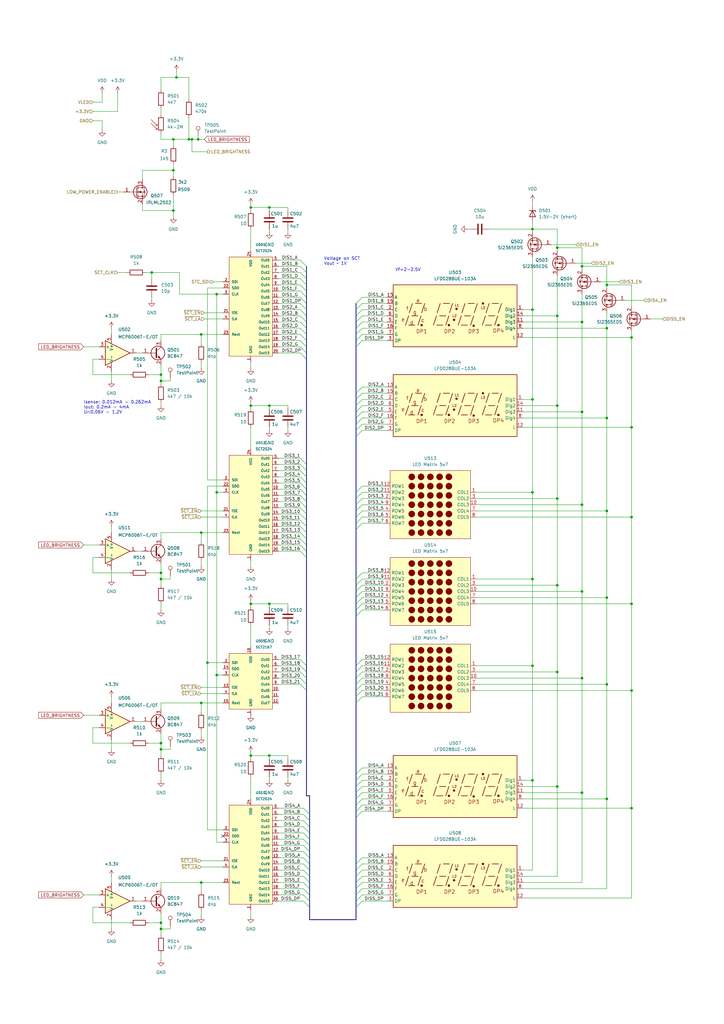
<source format=kicad_sch>
(kicad_sch (version 20250114) (generator "eeschema") (generator_version "9.0")
  (paper "A3" portrait)
  (text "Isense: 0.012mA - 0.262mA\nIout: 0.2mA - 4mA\nUr:0.06V - 1.2V" (at 34.29 164.338 0) (effects (font (size 1.27 1.27)) (justify left top)))
  (text "Voltage on SCT\nVout ~ 1V" (at 132.842 107.188 0) (effects (font (size 1.27 1.27)) (justify left)))
  (text "Vf=2-2.5V" (at 167.386 110.744 0) (effects (font (size 1.27 1.27))))
  (junction (at 62.23 111.76))
  (junction (at 248.92 209.55))
  (junction (at 238.76 132.08))
  (junction (at 259.08 175.26))
  (junction (at 228.6 322.58))
  (junction (at 218.44 201.93))
  (junction (at 66.04 153.67))
  (junction (at 110.49 85.09))
  (junction (at 88.9 276.86))
  (junction (at 110.49 166.37))
  (junction (at 218.44 273.05))
  (junction (at 77.47 57.15))
  (junction (at 102.87 247.65))
  (junction (at 66.04 234.95))
  (junction (at 66.04 307.34))
  (junction (at 228.6 129.54))
  (junction (at 82.55 361.95))
  (junction (at 218.44 237.49))
  (junction (at 88.9 120.65))
  (junction (at 259.08 283.21))
  (junction (at 238.76 242.57))
  (junction (at 228.6 166.37))
  (junction (at 66.04 381))
  (junction (at 102.87 309.88))
  (junction (at 72.39 31.75))
  (junction (at 238.76 207.01))
  (junction (at 238.76 109.22))
  (junction (at 66.04 378.46))
  (junction (at 85.09 271.78))
  (junction (at 248.92 280.67))
  (junction (at 228.6 101.6))
  (junction (at 110.49 309.88))
  (junction (at 78.74 57.15))
  (junction (at 228.6 240.03))
  (junction (at 218.44 93.98))
  (junction (at 259.08 138.43))
  (junction (at 259.08 331.47))
  (junction (at 248.92 116.84))
  (junction (at 66.04 237.49))
  (junction (at 102.87 166.37))
  (junction (at 71.12 86.36))
  (junction (at 66.04 156.21))
  (junction (at 238.76 278.13))
  (junction (at 82.55 137.16))
  (junction (at 259.08 212.09))
  (junction (at 248.92 327.66))
  (junction (at 248.92 171.45))
  (junction (at 218.44 127))
  (junction (at 259.08 247.65))
  (junction (at 218.44 163.83))
  (junction (at 81.28 57.15))
  (junction (at 102.87 85.09))
  (junction (at 248.92 134.62))
  (junction (at 238.76 168.91))
  (junction (at 238.76 325.12))
  (junction (at 66.04 304.8))
  (junction (at 71.12 69.85))
  (junction (at 110.49 247.65))
  (junction (at 82.55 288.29))
  (junction (at 71.12 57.15))
  (junction (at 228.6 275.59))
  (junction (at 248.92 245.11))
  (junction (at 82.55 218.44))
  (junction (at 228.6 204.47))
  (junction (at 218.44 320.04))
  (junction (at 88.9 201.93))
  (no_connect (at 91.44 342.9))
  (bus_entry (at 146.05 361.95) (size 2.54 -2.54))
  (bus_entry (at 123.19 111.76) (size 2.54 2.54))
  (bus_entry (at 123.19 218.44) (size 2.54 2.54))
  (bus_entry (at 146.05 335.28) (size 2.54 -2.54))
  (bus_entry (at 146.05 207.01) (size 2.54 -2.54))
  (bus_entry (at 146.05 166.37) (size 2.54 -2.54))
  (bus_entry (at 146.05 330.2) (size 2.54 -2.54))
  (bus_entry (at 146.05 250.19) (size 2.54 -2.54))
  (bus_entry (at 123.19 129.54) (size 2.54 2.54))
  (bus_entry (at 123.19 109.22) (size 2.54 2.54))
  (bus_entry (at 123.19 203.2) (size 2.54 2.54))
  (bus_entry (at 146.05 372.11) (size 2.54 -2.54))
  (bus_entry (at 146.05 322.58) (size 2.54 -2.54))
  (bus_entry (at 123.19 139.7) (size 2.54 2.54))
  (bus_entry (at 124.46 346.71) (size 2.54 2.54))
  (bus_entry (at 146.05 283.21) (size 2.54 -2.54))
  (bus_entry (at 123.19 190.5) (size 2.54 2.54))
  (bus_entry (at 146.05 137.16) (size 2.54 -2.54))
  (bus_entry (at 124.46 341.63) (size 2.54 2.54))
  (bus_entry (at 146.05 201.93) (size 2.54 -2.54))
  (bus_entry (at 123.19 223.52) (size 2.54 2.54))
  (bus_entry (at 123.19 114.3) (size 2.54 2.54))
  (bus_entry (at 146.05 332.74) (size 2.54 -2.54))
  (bus_entry (at 123.19 213.36) (size 2.54 2.54))
  (bus_entry (at 146.05 173.99) (size 2.54 -2.54))
  (bus_entry (at 123.19 116.84) (size 2.54 2.54))
  (bus_entry (at 123.19 273.05) (size 2.54 2.54))
  (bus_entry (at 146.05 356.87) (size 2.54 -2.54))
  (bus_entry (at 146.05 171.45) (size 2.54 -2.54))
  (bus_entry (at 146.05 285.75) (size 2.54 -2.54))
  (bus_entry (at 146.05 124.46) (size 2.54 -2.54))
  (bus_entry (at 124.46 351.79) (size 2.54 2.54))
  (bus_entry (at 124.46 359.41) (size 2.54 2.54))
  (bus_entry (at 123.19 205.74) (size 2.54 2.54))
  (bus_entry (at 146.05 139.7) (size 2.54 -2.54))
  (bus_entry (at 123.19 132.08) (size 2.54 2.54))
  (bus_entry (at 123.19 208.28) (size 2.54 2.54))
  (bus_entry (at 123.19 144.78) (size 2.54 2.54))
  (bus_entry (at 123.19 215.9) (size 2.54 2.54))
  (bus_entry (at 123.19 187.96) (size 2.54 2.54))
  (bus_entry (at 146.05 288.29) (size 2.54 -2.54))
  (bus_entry (at 146.05 359.41) (size 2.54 -2.54))
  (bus_entry (at 123.19 106.68) (size 2.54 2.54))
  (bus_entry (at 146.05 132.08) (size 2.54 -2.54))
  (bus_entry (at 124.46 354.33) (size 2.54 2.54))
  (bus_entry (at 146.05 179.07) (size 2.54 -2.54))
  (bus_entry (at 123.19 226.06) (size 2.54 2.54))
  (bus_entry (at 124.46 331.47) (size 2.54 2.54))
  (bus_entry (at 124.46 336.55) (size 2.54 2.54))
  (bus_entry (at 146.05 369.57) (size 2.54 -2.54))
  (bus_entry (at 123.19 280.67) (size 2.54 2.54))
  (bus_entry (at 146.05 317.5) (size 2.54 -2.54))
  (bus_entry (at 123.19 278.13) (size 2.54 2.54))
  (bus_entry (at 124.46 334.01) (size 2.54 2.54))
  (bus_entry (at 123.19 200.66) (size 2.54 2.54))
  (bus_entry (at 146.05 134.62) (size 2.54 -2.54))
  (bus_entry (at 146.05 247.65) (size 2.54 -2.54))
  (bus_entry (at 146.05 242.57) (size 2.54 -2.54))
  (bus_entry (at 146.05 161.29) (size 2.54 -2.54))
  (bus_entry (at 123.19 275.59) (size 2.54 2.54))
  (bus_entry (at 146.05 176.53) (size 2.54 -2.54))
  (bus_entry (at 146.05 163.83) (size 2.54 -2.54))
  (bus_entry (at 123.19 127) (size 2.54 2.54))
  (bus_entry (at 123.19 119.38) (size 2.54 2.54))
  (bus_entry (at 124.46 356.87) (size 2.54 2.54))
  (bus_entry (at 124.46 364.49) (size 2.54 2.54))
  (bus_entry (at 123.19 121.92) (size 2.54 2.54))
  (bus_entry (at 146.05 142.24) (size 2.54 -2.54))
  (bus_entry (at 124.46 349.25) (size 2.54 2.54))
  (bus_entry (at 123.19 220.98) (size 2.54 2.54))
  (bus_entry (at 146.05 252.73) (size 2.54 -2.54))
  (bus_entry (at 124.46 339.09) (size 2.54 2.54))
  (bus_entry (at 124.46 367.03) (size 2.54 2.54))
  (bus_entry (at 123.19 193.04) (size 2.54 2.54))
  (bus_entry (at 146.05 280.67) (size 2.54 -2.54))
  (bus_entry (at 146.05 209.55) (size 2.54 -2.54))
  (bus_entry (at 146.05 217.17) (size 2.54 -2.54))
  (bus_entry (at 146.05 214.63) (size 2.54 -2.54))
  (bus_entry (at 123.19 195.58) (size 2.54 2.54))
  (bus_entry (at 146.05 204.47) (size 2.54 -2.54))
  (bus_entry (at 124.46 369.57) (size 2.54 2.54))
  (bus_entry (at 146.05 245.11) (size 2.54 -2.54))
  (bus_entry (at 124.46 361.95) (size 2.54 2.54))
  (bus_entry (at 123.19 210.82) (size 2.54 2.54))
  (bus_entry (at 123.19 142.24) (size 2.54 2.54))
  (bus_entry (at 146.05 327.66) (size 2.54 -2.54))
  (bus_entry (at 146.05 168.91) (size 2.54 -2.54))
  (bus_entry (at 146.05 275.59) (size 2.54 -2.54))
  (bus_entry (at 123.19 124.46) (size 2.54 2.54))
  (bus_entry (at 123.19 137.16) (size 2.54 2.54))
  (bus_entry (at 124.46 344.17) (size 2.54 2.54))
  (bus_entry (at 146.05 237.49) (size 2.54 -2.54))
  (bus_entry (at 146.05 273.05) (size 2.54 -2.54))
  (bus_entry (at 146.05 320.04) (size 2.54 -2.54))
  (bus_entry (at 123.19 270.51) (size 2.54 2.54))
  (bus_entry (at 123.19 134.62) (size 2.54 2.54))
  (bus_entry (at 123.19 198.12) (size 2.54 2.54))
  (bus_entry (at 146.05 127) (size 2.54 -2.54))
  (bus_entry (at 146.05 367.03) (size 2.54 -2.54))
  (bus_entry (at 146.05 325.12) (size 2.54 -2.54))
  (bus_entry (at 146.05 364.49) (size 2.54 -2.54))
  (bus_entry (at 146.05 129.54) (size 2.54 -2.54))
  (bus_entry (at 146.05 212.09) (size 2.54 -2.54))
  (bus_entry (at 146.05 278.13) (size 2.54 -2.54))
  (bus_entry (at 146.05 240.03) (size 2.54 -2.54))
  (bus_entry (at 146.05 354.33) (size 2.54 -2.54))
  (wire (pts (xy 148.59 171.45) (xy 158.75 171.45)))
  (wire (pts (xy 102.87 175.26) (xy 102.87 184.15)))
  (wire (pts (xy 195.58 283.21) (xy 259.08 283.21)))
  (wire (pts (xy 214.63 368.3) (xy 259.08 368.3)))
  (wire (pts (xy 77.47 40.64) (xy 77.47 31.75)))
  (bus (pts (xy 146.05 242.57) (xy 146.05 245.11)))
  (wire (pts (xy 228.6 275.59) (xy 228.6 240.03)))
  (wire (pts (xy 214.63 356.87) (xy 218.44 356.87)))
  (wire (pts (xy 82.55 212.09) (xy 91.44 212.09)))
  (wire (pts (xy 259.08 283.21) (xy 259.08 247.65)))
  (bus (pts (xy 125.73 280.67) (xy 125.73 283.21)))
  (wire (pts (xy 114.3 280.67) (xy 123.19 280.67)))
  (bus (pts (xy 127 367.03) (xy 127 369.57)))
  (wire (pts (xy 69.85 381) (xy 66.04 381)))
  (bus (pts (xy 146.05 335.28) (xy 146.05 354.33)))
  (wire (pts (xy 195.58 273.05) (xy 218.44 273.05)))
  (bus (pts (xy 146.05 173.99) (xy 146.05 176.53)))
  (wire (pts (xy 66.04 153.67) (xy 66.04 156.21)))
  (wire (pts (xy 91.44 115.57) (xy 87.63 115.57)))
  (wire (pts (xy 259.08 138.43) (xy 259.08 135.89)))
  (wire (pts (xy 91.44 276.86) (xy 88.9 276.86)))
  (wire (pts (xy 66.04 218.44) (xy 82.55 218.44)))
  (bus (pts (xy 146.05 142.24) (xy 146.05 161.29)))
  (wire (pts (xy 148.59 129.54) (xy 158.75 129.54)))
  (wire (pts (xy 148.59 364.49) (xy 158.75 364.49)))
  (wire (pts (xy 59.69 111.76) (xy 62.23 111.76)))
  (wire (pts (xy 69.85 379.73) (xy 69.85 381)))
  (wire (pts (xy 114.3 275.59) (xy 123.19 275.59)))
  (wire (pts (xy 66.04 300.99) (xy 66.04 304.8)))
  (wire (pts (xy 248.92 109.22) (xy 238.76 109.22)))
  (wire (pts (xy 102.87 309.88) (xy 110.49 309.88)))
  (wire (pts (xy 48.26 111.76) (xy 52.07 111.76)))
  (bus (pts (xy 146.05 377.19) (xy 146.05 372.11)))
  (wire (pts (xy 148.59 139.7) (xy 158.75 139.7)))
  (bus (pts (xy 127 341.63) (xy 127 344.17)))
  (wire (pts (xy 238.76 132.08) (xy 238.76 120.65)))
  (wire (pts (xy 82.55 292.1) (xy 82.55 288.29)))
  (bus (pts (xy 146.05 283.21) (xy 146.05 285.75)))
  (wire (pts (xy 148.59 325.12) (xy 158.75 325.12)))
  (wire (pts (xy 66.04 31.75) (xy 66.04 36.83)))
  (bus (pts (xy 127 354.33) (xy 127 356.87)))
  (wire (pts (xy 38.1 153.67) (xy 38.1 147.32)))
  (bus (pts (xy 125.73 275.59) (xy 125.73 278.13)))
  (bus (pts (xy 125.73 119.38) (xy 125.73 121.92)))
  (wire (pts (xy 114.3 187.96) (xy 123.19 187.96)))
  (wire (pts (xy 66.04 139.7) (xy 66.04 137.16)))
  (wire (pts (xy 45.72 233.68) (xy 45.72 237.49)))
  (bus (pts (xy 146.05 280.67) (xy 146.05 283.21)))
  (wire (pts (xy 114.3 203.2) (xy 123.19 203.2)))
  (wire (pts (xy 114.3 367.03) (xy 124.46 367.03)))
  (wire (pts (xy 248.92 245.11) (xy 248.92 209.55)))
  (wire (pts (xy 148.59 359.41) (xy 158.75 359.41)))
  (wire (pts (xy 148.59 199.39) (xy 157.48 199.39)))
  (bus (pts (xy 125.73 215.9) (xy 125.73 218.44)))
  (wire (pts (xy 38.1 304.8) (xy 38.1 298.45)))
  (wire (pts (xy 48.26 78.74) (xy 50.8 78.74)))
  (wire (pts (xy 66.04 307.34) (xy 66.04 309.88)))
  (bus (pts (xy 146.05 285.75) (xy 146.05 288.29)))
  (wire (pts (xy 85.09 271.78) (xy 85.09 340.36)))
  (wire (pts (xy 114.3 213.36) (xy 123.19 213.36)))
  (wire (pts (xy 69.85 237.49) (xy 66.04 237.49)))
  (bus (pts (xy 146.05 217.17) (xy 146.05 237.49)))
  (bus (pts (xy 127 361.95) (xy 127 364.49)))
  (wire (pts (xy 259.08 368.3) (xy 259.08 331.47)))
  (wire (pts (xy 148.59 176.53) (xy 158.75 176.53)))
  (wire (pts (xy 148.59 214.63) (xy 157.48 214.63)))
  (wire (pts (xy 114.3 356.87) (xy 124.46 356.87)))
  (wire (pts (xy 83.82 130.81) (xy 91.44 130.81)))
  (wire (pts (xy 114.3 139.7) (xy 123.19 139.7)))
  (bus (pts (xy 127 359.41) (xy 127 361.95)))
  (wire (pts (xy 114.3 205.74) (xy 123.19 205.74)))
  (wire (pts (xy 259.08 125.73) (xy 259.08 116.84)))
  (bus (pts (xy 146.05 322.58) (xy 146.05 325.12)))
  (wire (pts (xy 195.58 245.11) (xy 248.92 245.11)))
  (wire (pts (xy 218.44 91.44) (xy 218.44 93.98)))
  (bus (pts (xy 146.05 124.46) (xy 146.05 127)))
  (bus (pts (xy 125.73 326.39) (xy 127 326.39)))
  (wire (pts (xy 195.58 237.49) (xy 218.44 237.49)))
  (wire (pts (xy 38.1 49.53) (xy 41.91 49.53)))
  (bus (pts (xy 146.05 132.08) (xy 146.05 134.62)))
  (wire (pts (xy 238.76 278.13) (xy 238.76 242.57)))
  (wire (pts (xy 55.88 144.78) (xy 58.42 144.78)))
  (wire (pts (xy 148.59 322.58) (xy 158.75 322.58)))
  (wire (pts (xy 110.49 93.98) (xy 110.49 95.25)))
  (wire (pts (xy 82.55 288.29) (xy 91.44 288.29)))
  (wire (pts (xy 148.59 163.83) (xy 158.75 163.83)))
  (wire (pts (xy 38.1 304.8) (xy 53.34 304.8)))
  (wire (pts (xy 55.88 226.06) (xy 58.42 226.06)))
  (bus (pts (xy 146.05 240.03) (xy 146.05 242.57)))
  (wire (pts (xy 214.63 364.49) (xy 248.92 364.49)))
  (bus (pts (xy 125.73 111.76) (xy 125.73 114.3)))
  (bus (pts (xy 125.73 205.74) (xy 125.73 208.28)))
  (wire (pts (xy 114.3 208.28) (xy 123.19 208.28)))
  (wire (pts (xy 85.09 196.85) (xy 91.44 196.85)))
  (bus (pts (xy 127 349.25) (xy 127 351.79)))
  (wire (pts (xy 45.72 215.9) (xy 45.72 218.44)))
  (bus (pts (xy 125.73 203.2) (xy 125.73 205.74)))
  (wire (pts (xy 148.59 237.49) (xy 157.48 237.49)))
  (wire (pts (xy 82.55 284.48) (xy 91.44 284.48)))
  (wire (pts (xy 38.1 298.45) (xy 40.64 298.45)))
  (wire (pts (xy 195.58 247.65) (xy 259.08 247.65)))
  (wire (pts (xy 148.59 273.05) (xy 157.48 273.05)))
  (wire (pts (xy 114.3 369.57) (xy 124.46 369.57)))
  (wire (pts (xy 148.59 250.19) (xy 157.48 250.19)))
  (wire (pts (xy 256.54 123.19) (xy 264.16 123.19)))
  (bus (pts (xy 146.05 161.29) (xy 146.05 163.83)))
  (wire (pts (xy 62.23 111.76) (xy 73.66 111.76)))
  (wire (pts (xy 214.63 134.62) (xy 248.92 134.62)))
  (wire (pts (xy 114.3 200.66) (xy 123.19 200.66)))
  (wire (pts (xy 38.1 234.95) (xy 38.1 228.6)))
  (wire (pts (xy 34.29 367.03) (xy 40.64 367.03)))
  (wire (pts (xy 102.87 85.09) (xy 110.49 85.09)))
  (wire (pts (xy 114.3 106.68) (xy 123.19 106.68)))
  (bus (pts (xy 146.05 166.37) (xy 146.05 168.91)))
  (wire (pts (xy 238.76 168.91) (xy 238.76 132.08)))
  (wire (pts (xy 102.87 166.37) (xy 102.87 167.64)))
  (wire (pts (xy 218.44 95.25) (xy 218.44 93.98)))
  (bus (pts (xy 125.73 114.3) (xy 125.73 116.84)))
  (bus (pts (xy 125.73 223.52) (xy 125.73 226.06)))
  (bus (pts (xy 127 346.71) (xy 127 349.25)))
  (wire (pts (xy 88.9 201.93) (xy 88.9 120.65)))
  (wire (pts (xy 77.47 31.75) (xy 72.39 31.75)))
  (bus (pts (xy 146.05 325.12) (xy 146.05 327.66)))
  (wire (pts (xy 214.63 166.37) (xy 228.6 166.37)))
  (wire (pts (xy 58.42 73.66) (xy 58.42 69.85)))
  (wire (pts (xy 148.59 168.91) (xy 158.75 168.91)))
  (wire (pts (xy 45.72 134.62) (xy 45.72 137.16)))
  (wire (pts (xy 246.38 115.57) (xy 254 115.57)))
  (bus (pts (xy 125.73 213.36) (xy 125.73 215.9)))
  (wire (pts (xy 214.63 175.26) (xy 259.08 175.26)))
  (wire (pts (xy 88.9 201.93) (xy 88.9 276.86)))
  (wire (pts (xy 238.76 361.95) (xy 238.76 325.12)))
  (wire (pts (xy 114.3 142.24) (xy 123.19 142.24)))
  (bus (pts (xy 127 336.55) (xy 127 339.09)))
  (wire (pts (xy 82.55 137.16) (xy 91.44 137.16)))
  (wire (pts (xy 58.42 86.36) (xy 71.12 86.36)))
  (wire (pts (xy 102.87 308.61) (xy 102.87 309.88)))
  (wire (pts (xy 66.04 165.1) (xy 66.04 166.37)))
  (wire (pts (xy 102.87 246.38) (xy 102.87 247.65)))
  (wire (pts (xy 62.23 121.92) (xy 62.23 123.19)))
  (wire (pts (xy 102.87 256.54) (xy 102.87 265.43)))
  (wire (pts (xy 218.44 82.55) (xy 218.44 83.82)))
  (wire (pts (xy 66.04 374.65) (xy 66.04 378.46)))
  (bus (pts (xy 127 377.19) (xy 146.05 377.19)))
  (wire (pts (xy 114.3 193.04) (xy 123.19 193.04)))
  (wire (pts (xy 114.3 278.13) (xy 123.19 278.13)))
  (wire (pts (xy 114.3 220.98) (xy 123.19 220.98)))
  (bus (pts (xy 146.05 356.87) (xy 146.05 359.41)))
  (bus (pts (xy 125.73 116.84) (xy 125.73 119.38)))
  (bus (pts (xy 146.05 288.29) (xy 146.05 317.5)))
  (wire (pts (xy 148.59 270.51) (xy 157.48 270.51)))
  (bus (pts (xy 127 326.39) (xy 127 334.01)))
  (wire (pts (xy 218.44 273.05) (xy 218.44 237.49)))
  (bus (pts (xy 146.05 127) (xy 146.05 129.54)))
  (wire (pts (xy 195.58 278.13) (xy 238.76 278.13)))
  (wire (pts (xy 38.1 41.91) (xy 41.91 41.91)))
  (wire (pts (xy 62.23 111.76) (xy 62.23 114.3)))
  (wire (pts (xy 218.44 163.83) (xy 218.44 201.93)))
  (wire (pts (xy 71.12 69.85) (xy 71.12 72.39)))
  (wire (pts (xy 114.3 344.17) (xy 124.46 344.17)))
  (wire (pts (xy 148.59 240.03) (xy 157.48 240.03)))
  (wire (pts (xy 71.12 67.31) (xy 71.12 69.85)))
  (bus (pts (xy 146.05 139.7) (xy 146.05 142.24)))
  (bus (pts (xy 125.73 121.92) (xy 125.73 124.46)))
  (bus (pts (xy 146.05 327.66) (xy 146.05 330.2)))
  (wire (pts (xy 82.55 353.06) (xy 91.44 353.06)))
  (wire (pts (xy 45.72 359.41) (xy 45.72 361.95)))
  (wire (pts (xy 236.22 107.95) (xy 242.57 107.95)))
  (bus (pts (xy 125.73 132.08) (xy 125.73 134.62)))
  (wire (pts (xy 102.87 318.77) (xy 102.87 327.66)))
  (wire (pts (xy 45.72 377.19) (xy 45.72 381)))
  (wire (pts (xy 114.3 127) (xy 123.19 127)))
  (wire (pts (xy 226.06 100.33) (xy 236.22 100.33)))
  (wire (pts (xy 148.59 124.46) (xy 158.75 124.46)))
  (wire (pts (xy 118.11 318.77) (xy 118.11 320.04)))
  (wire (pts (xy 71.12 80.01) (xy 71.12 86.36)))
  (bus (pts (xy 125.73 273.05) (xy 125.73 275.59)))
  (wire (pts (xy 228.6 204.47) (xy 228.6 166.37)))
  (wire (pts (xy 82.55 218.44) (xy 91.44 218.44)))
  (wire (pts (xy 195.58 280.67) (xy 248.92 280.67)))
  (wire (pts (xy 228.6 129.54) (xy 228.6 113.03)))
  (bus (pts (xy 125.73 109.22) (xy 125.73 111.76)))
  (wire (pts (xy 114.3 273.05) (xy 123.19 273.05)))
  (wire (pts (xy 110.49 85.09) (xy 110.49 86.36)))
  (bus (pts (xy 146.05 332.74) (xy 146.05 335.28)))
  (wire (pts (xy 114.3 359.41) (xy 124.46 359.41)))
  (wire (pts (xy 193.04 93.98) (xy 191.77 93.98)))
  (wire (pts (xy 38.1 372.11) (xy 40.64 372.11)))
  (wire (pts (xy 200.66 93.98) (xy 218.44 93.98)))
  (wire (pts (xy 248.92 209.55) (xy 248.92 171.45)))
  (wire (pts (xy 102.87 85.09) (xy 102.87 86.36)))
  (wire (pts (xy 60.96 153.67) (xy 66.04 153.67)))
  (wire (pts (xy 148.59 317.5) (xy 158.75 317.5)))
  (wire (pts (xy 248.92 118.11) (xy 248.92 116.84)))
  (wire (pts (xy 38.1 153.67) (xy 53.34 153.67)))
  (bus (pts (xy 146.05 237.49) (xy 146.05 240.03)))
  (wire (pts (xy 195.58 209.55) (xy 248.92 209.55)))
  (wire (pts (xy 66.04 156.21) (xy 66.04 157.48)))
  (wire (pts (xy 195.58 212.09) (xy 259.08 212.09)))
  (wire (pts (xy 77.47 57.15) (xy 77.47 48.26)))
  (wire (pts (xy 66.04 361.95) (xy 82.55 361.95)))
  (bus (pts (xy 125.73 226.06) (xy 125.73 228.6)))
  (wire (pts (xy 218.44 163.83) (xy 218.44 127)))
  (wire (pts (xy 248.92 327.66) (xy 248.92 280.67)))
  (wire (pts (xy 114.3 210.82) (xy 123.19 210.82)))
  (wire (pts (xy 82.55 373.38) (xy 82.55 375.92)))
  (wire (pts (xy 34.29 293.37) (xy 40.64 293.37)))
  (wire (pts (xy 148.59 158.75) (xy 158.75 158.75)))
  (wire (pts (xy 114.3 331.47) (xy 124.46 331.47)))
  (wire (pts (xy 148.59 245.11) (xy 157.48 245.11)))
  (bus (pts (xy 146.05 359.41) (xy 146.05 361.95)))
  (wire (pts (xy 228.6 93.98) (xy 228.6 101.6)))
  (wire (pts (xy 38.1 234.95) (xy 53.34 234.95)))
  (bus (pts (xy 146.05 317.5) (xy 146.05 320.04)))
  (wire (pts (xy 102.87 309.88) (xy 102.87 311.15)))
  (wire (pts (xy 248.92 280.67) (xy 248.92 245.11)))
  (wire (pts (xy 195.58 242.57) (xy 238.76 242.57)))
  (wire (pts (xy 45.72 152.4) (xy 45.72 156.21)))
  (wire (pts (xy 214.63 322.58) (xy 228.6 322.58)))
  (wire (pts (xy 118.11 175.26) (xy 118.11 176.53)))
  (bus (pts (xy 146.05 364.49) (xy 146.05 367.03)))
  (wire (pts (xy 214.63 331.47) (xy 259.08 331.47)))
  (wire (pts (xy 218.44 105.41) (xy 218.44 127)))
  (wire (pts (xy 66.04 44.45) (xy 66.04 46.99)))
  (wire (pts (xy 214.63 320.04) (xy 218.44 320.04)))
  (bus (pts (xy 127 351.79) (xy 127 354.33)))
  (wire (pts (xy 238.76 101.6) (xy 228.6 101.6)))
  (wire (pts (xy 83.82 128.27) (xy 91.44 128.27)))
  (wire (pts (xy 148.59 314.96) (xy 158.75 314.96)))
  (wire (pts (xy 248.92 116.84) (xy 248.92 109.22)))
  (wire (pts (xy 114.3 270.51) (xy 123.19 270.51)))
  (wire (pts (xy 66.04 149.86) (xy 66.04 153.67)))
  (wire (pts (xy 102.87 247.65) (xy 110.49 247.65)))
  (wire (pts (xy 214.63 361.95) (xy 238.76 361.95)))
  (wire (pts (xy 102.87 148.59) (xy 102.87 151.13)))
  (bus (pts (xy 146.05 129.54) (xy 146.05 132.08)))
  (wire (pts (xy 114.3 346.71) (xy 124.46 346.71)))
  (wire (pts (xy 82.55 355.6) (xy 91.44 355.6)))
  (wire (pts (xy 148.59 351.79) (xy 158.75 351.79)))
  (wire (pts (xy 228.6 101.6) (xy 228.6 102.87)))
  (bus (pts (xy 125.73 210.82) (xy 125.73 213.36)))
  (bus (pts (xy 125.73 193.04) (xy 125.73 195.58)))
  (wire (pts (xy 82.55 365.76) (xy 82.55 361.95)))
  (wire (pts (xy 114.3 351.79) (xy 124.46 351.79)))
  (wire (pts (xy 66.04 31.75) (xy 72.39 31.75)))
  (wire (pts (xy 58.42 69.85) (xy 71.12 69.85)))
  (wire (pts (xy 248.92 134.62) (xy 248.92 128.27)))
  (wire (pts (xy 114.3 144.78) (xy 123.19 144.78)))
  (wire (pts (xy 66.04 220.98) (xy 66.04 218.44)))
  (bus (pts (xy 146.05 204.47) (xy 146.05 207.01)))
  (wire (pts (xy 66.04 391.16) (xy 66.04 393.7)))
  (wire (pts (xy 110.49 309.88) (xy 110.49 311.15)))
  (wire (pts (xy 195.58 204.47) (xy 228.6 204.47)))
  (wire (pts (xy 82.55 209.55) (xy 91.44 209.55)))
  (wire (pts (xy 238.76 110.49) (xy 238.76 109.22)))
  (bus (pts (xy 146.05 245.11) (xy 146.05 247.65)))
  (wire (pts (xy 259.08 212.09) (xy 259.08 247.65)))
  (wire (pts (xy 110.49 256.54) (xy 110.49 257.81)))
  (wire (pts (xy 148.59 361.95) (xy 158.75 361.95)))
  (bus (pts (xy 146.05 361.95) (xy 146.05 364.49)))
  (wire (pts (xy 259.08 331.47) (xy 259.08 283.21)))
  (wire (pts (xy 148.59 330.2) (xy 158.75 330.2)))
  (wire (pts (xy 214.63 171.45) (xy 248.92 171.45)))
  (wire (pts (xy 114.3 218.44) (xy 123.19 218.44)))
  (wire (pts (xy 195.58 207.01) (xy 238.76 207.01)))
  (wire (pts (xy 110.49 309.88) (xy 118.11 309.88)))
  (bus (pts (xy 125.73 139.7) (xy 125.73 142.24)))
  (wire (pts (xy 238.76 109.22) (xy 238.76 101.6)))
  (wire (pts (xy 110.49 85.09) (xy 118.11 85.09)))
  (wire (pts (xy 228.6 322.58) (xy 228.6 275.59)))
  (wire (pts (xy 114.3 119.38) (xy 123.19 119.38)))
  (wire (pts (xy 114.3 190.5) (xy 123.19 190.5)))
  (wire (pts (xy 110.49 247.65) (xy 118.11 247.65)))
  (wire (pts (xy 110.49 318.77) (xy 110.49 320.04)))
  (bus (pts (xy 125.73 190.5) (xy 125.73 193.04)))
  (wire (pts (xy 114.3 195.58) (xy 123.19 195.58)))
  (wire (pts (xy 214.63 327.66) (xy 248.92 327.66)))
  (wire (pts (xy 238.76 325.12) (xy 238.76 278.13)))
  (bus (pts (xy 125.73 218.44) (xy 125.73 220.98)))
  (wire (pts (xy 48.26 45.72) (xy 48.26 38.1)))
  (wire (pts (xy 82.55 299.72) (xy 82.55 302.26)))
  (bus (pts (xy 127 356.87) (xy 127 359.41)))
  (bus (pts (xy 127 369.57) (xy 127 372.11)))
  (bus (pts (xy 146.05 134.62) (xy 146.05 137.16)))
  (wire (pts (xy 69.85 307.34) (xy 66.04 307.34)))
  (wire (pts (xy 85.09 199.39) (xy 85.09 271.78)))
  (bus (pts (xy 127 364.49) (xy 127 367.03)))
  (bus (pts (xy 146.05 250.19) (xy 146.05 252.73)))
  (bus (pts (xy 146.05 275.59) (xy 146.05 278.13)))
  (wire (pts (xy 88.9 276.86) (xy 88.9 345.44)))
  (wire (pts (xy 91.44 201.93) (xy 88.9 201.93)))
  (wire (pts (xy 148.59 204.47) (xy 157.48 204.47)))
  (wire (pts (xy 71.12 57.15) (xy 77.47 57.15)))
  (wire (pts (xy 110.49 247.65) (xy 110.49 248.92)))
  (wire (pts (xy 214.63 163.83) (xy 218.44 163.83)))
  (bus (pts (xy 125.73 142.24) (xy 125.73 144.78)))
  (wire (pts (xy 118.11 85.09) (xy 118.11 86.36)))
  (wire (pts (xy 218.44 201.93) (xy 218.44 237.49)))
  (wire (pts (xy 102.87 93.98) (xy 102.87 102.87)))
  (wire (pts (xy 77.47 57.15) (xy 78.74 57.15)))
  (wire (pts (xy 85.09 199.39) (xy 91.44 199.39)))
  (bus (pts (xy 146.05 137.16) (xy 146.05 139.7)))
  (wire (pts (xy 259.08 116.84) (xy 248.92 116.84)))
  (wire (pts (xy 114.3 354.33) (xy 124.46 354.33)))
  (wire (pts (xy 148.59 209.55) (xy 157.48 209.55)))
  (wire (pts (xy 81.28 55.88) (xy 81.28 57.15)))
  (wire (pts (xy 85.09 271.78) (xy 91.44 271.78)))
  (wire (pts (xy 148.59 247.65) (xy 157.48 247.65)))
  (wire (pts (xy 82.55 281.94) (xy 91.44 281.94)))
  (wire (pts (xy 82.55 140.97) (xy 82.55 137.16)))
  (wire (pts (xy 66.04 57.15) (xy 71.12 57.15)))
  (wire (pts (xy 214.63 325.12) (xy 238.76 325.12)))
  (wire (pts (xy 66.04 381) (xy 66.04 383.54)))
  (bus (pts (xy 127 334.01) (xy 127 336.55)))
  (wire (pts (xy 114.3 134.62) (xy 123.19 134.62)))
  (wire (pts (xy 148.59 275.59) (xy 157.48 275.59)))
  (bus (pts (xy 146.05 168.91) (xy 146.05 171.45)))
  (wire (pts (xy 110.49 166.37) (xy 118.11 166.37)))
  (wire (pts (xy 148.59 242.57) (xy 157.48 242.57)))
  (wire (pts (xy 148.59 212.09) (xy 157.48 212.09)))
  (wire (pts (xy 45.72 285.75) (xy 45.72 288.29)))
  (bus (pts (xy 127 339.09) (xy 127 341.63)))
  (wire (pts (xy 148.59 320.04) (xy 158.75 320.04)))
  (wire (pts (xy 114.3 114.3) (xy 123.19 114.3)))
  (wire (pts (xy 114.3 215.9) (xy 123.19 215.9)))
  (wire (pts (xy 114.3 339.09) (xy 124.46 339.09)))
  (wire (pts (xy 91.44 118.11) (xy 85.09 118.11)))
  (wire (pts (xy 114.3 364.49) (xy 124.46 364.49)))
  (wire (pts (xy 41.91 41.91) (xy 41.91 38.1)))
  (wire (pts (xy 60.96 304.8) (xy 66.04 304.8)))
  (wire (pts (xy 34.29 223.52) (xy 40.64 223.52)))
  (wire (pts (xy 114.3 132.08) (xy 123.19 132.08)))
  (bus (pts (xy 127 344.17) (xy 127 346.71)))
  (bus (pts (xy 125.73 220.98) (xy 125.73 223.52)))
  (bus (pts (xy 125.73 198.12) (xy 125.73 200.66)))
  (bus (pts (xy 125.73 283.21) (xy 125.73 326.39)))
  (wire (pts (xy 66.04 234.95) (xy 66.04 237.49)))
  (wire (pts (xy 66.04 237.49) (xy 66.04 240.03)))
  (wire (pts (xy 55.88 369.57) (xy 58.42 369.57)))
  (bus (pts (xy 146.05 201.93) (xy 146.05 204.47)))
  (wire (pts (xy 148.59 280.67) (xy 157.48 280.67)))
  (wire (pts (xy 102.87 85.09) (xy 102.87 83.82)))
  (wire (pts (xy 218.44 320.04) (xy 218.44 273.05)))
  (wire (pts (xy 66.04 288.29) (xy 82.55 288.29)))
  (wire (pts (xy 85.09 118.11) (xy 85.09 196.85)))
  (bus (pts (xy 146.05 176.53) (xy 146.05 179.07)))
  (wire (pts (xy 148.59 327.66) (xy 158.75 327.66)))
  (wire (pts (xy 248.92 171.45) (xy 248.92 134.62)))
  (wire (pts (xy 214.63 129.54) (xy 228.6 129.54)))
  (wire (pts (xy 73.66 111.76) (xy 73.66 120.65)))
  (wire (pts (xy 82.55 222.25) (xy 82.55 218.44)))
  (wire (pts (xy 148.59 134.62) (xy 158.75 134.62)))
  (wire (pts (xy 102.87 229.87) (xy 102.87 232.41)))
  (wire (pts (xy 38.1 147.32) (xy 40.64 147.32)))
  (wire (pts (xy 195.58 240.03) (xy 228.6 240.03)))
  (wire (pts (xy 148.59 201.93) (xy 157.48 201.93)))
  (wire (pts (xy 259.08 175.26) (xy 259.08 212.09)))
  (wire (pts (xy 69.85 236.22) (xy 69.85 237.49)))
  (wire (pts (xy 114.3 198.12) (xy 123.19 198.12)))
  (wire (pts (xy 148.59 207.01) (xy 157.48 207.01)))
  (wire (pts (xy 114.3 226.06) (xy 123.19 226.06)))
  (wire (pts (xy 114.3 129.54) (xy 123.19 129.54)))
  (wire (pts (xy 118.11 166.37) (xy 118.11 167.64)))
  (wire (pts (xy 55.88 295.91) (xy 58.42 295.91)))
  (wire (pts (xy 238.76 207.01) (xy 238.76 242.57)))
  (bus (pts (xy 146.05 278.13) (xy 146.05 280.67)))
  (wire (pts (xy 114.3 124.46) (xy 123.19 124.46)))
  (wire (pts (xy 118.11 309.88) (xy 118.11 311.15)))
  (wire (pts (xy 69.85 156.21) (xy 66.04 156.21)))
  (wire (pts (xy 71.12 86.36) (xy 71.12 88.9)))
  (wire (pts (xy 66.04 247.65) (xy 66.04 250.19)))
  (wire (pts (xy 114.3 111.76) (xy 123.19 111.76)))
  (bus (pts (xy 146.05 252.73) (xy 146.05 273.05)))
  (wire (pts (xy 114.3 137.16) (xy 123.19 137.16)))
  (wire (pts (xy 218.44 93.98) (xy 228.6 93.98)))
  (wire (pts (xy 148.59 132.08) (xy 158.75 132.08)))
  (wire (pts (xy 41.91 49.53) (xy 41.91 53.34)))
  (wire (pts (xy 266.7 130.81) (xy 271.78 130.81)))
  (wire (pts (xy 85.09 340.36) (xy 91.44 340.36)))
  (wire (pts (xy 78.74 57.15) (xy 81.28 57.15)))
  (wire (pts (xy 114.3 349.25) (xy 124.46 349.25)))
  (wire (pts (xy 38.1 378.46) (xy 53.34 378.46)))
  (wire (pts (xy 228.6 240.03) (xy 228.6 204.47)))
  (bus (pts (xy 125.73 144.78) (xy 125.73 147.32)))
  (wire (pts (xy 148.59 367.03) (xy 158.75 367.03)))
  (wire (pts (xy 148.59 332.74) (xy 158.75 332.74)))
  (wire (pts (xy 110.49 175.26) (xy 110.49 176.53)))
  (wire (pts (xy 148.59 121.92) (xy 158.75 121.92)))
  (bus (pts (xy 146.05 367.03) (xy 146.05 369.57)))
  (bus (pts (xy 125.73 147.32) (xy 125.73 190.5)))
  (wire (pts (xy 214.63 138.43) (xy 259.08 138.43)))
  (wire (pts (xy 195.58 201.93) (xy 218.44 201.93)))
  (wire (pts (xy 218.44 356.87) (xy 218.44 320.04)))
  (bus (pts (xy 125.73 195.58) (xy 125.73 198.12)))
  (bus (pts (xy 125.73 134.62) (xy 125.73 137.16)))
  (wire (pts (xy 45.72 303.53) (xy 45.72 307.34)))
  (bus (pts (xy 125.73 129.54) (xy 125.73 132.08)))
  (wire (pts (xy 66.04 317.5) (xy 66.04 320.04)))
  (wire (pts (xy 114.3 121.92) (xy 123.19 121.92)))
  (wire (pts (xy 72.39 29.21) (xy 72.39 31.75)))
  (wire (pts (xy 228.6 359.41) (xy 228.6 322.58)))
  (wire (pts (xy 34.29 142.24) (xy 40.64 142.24)))
  (bus (pts (xy 125.73 278.13) (xy 125.73 280.67)))
  (wire (pts (xy 114.3 109.22) (xy 123.19 109.22)))
  (wire (pts (xy 82.55 148.59) (xy 82.55 151.13)))
  (wire (pts (xy 102.87 165.1) (xy 102.87 166.37)))
  (bus (pts (xy 125.73 127) (xy 125.73 129.54)))
  (wire (pts (xy 82.55 229.87) (xy 82.55 232.41)))
  (bus (pts (xy 146.05 212.09) (xy 146.05 214.63)))
  (wire (pts (xy 82.55 361.95) (xy 91.44 361.95)))
  (wire (pts (xy 248.92 364.49) (xy 248.92 327.66)))
  (wire (pts (xy 102.87 373.38) (xy 102.87 375.92)))
  (wire (pts (xy 238.76 168.91) (xy 238.76 207.01)))
  (bus (pts (xy 125.73 124.46) (xy 125.73 127)))
  (wire (pts (xy 148.59 234.95) (xy 157.48 234.95)))
  (wire (pts (xy 195.58 275.59) (xy 228.6 275.59)))
  (wire (pts (xy 114.3 341.63) (xy 124.46 341.63)))
  (bus (pts (xy 125.73 228.6) (xy 125.73 273.05)))
  (wire (pts (xy 66.04 137.16) (xy 82.55 137.16)))
  (bus (pts (xy 125.73 137.16) (xy 125.73 139.7)))
  (wire (pts (xy 102.87 247.65) (xy 102.87 248.92)))
  (bus (pts (xy 125.73 208.28) (xy 125.73 210.82)))
  (wire (pts (xy 148.59 283.21) (xy 157.48 283.21)))
  (wire (pts (xy 66.04 378.46) (xy 66.04 381)))
  (wire (pts (xy 114.3 361.95) (xy 124.46 361.95)))
  (wire (pts (xy 38.1 228.6) (xy 40.64 228.6)))
  (bus (pts (xy 146.05 330.2) (xy 146.05 332.74)))
  (wire (pts (xy 148.59 127) (xy 158.75 127)))
  (wire (pts (xy 66.04 364.49) (xy 66.04 361.95)))
  (wire (pts (xy 38.1 45.72) (xy 48.26 45.72)))
  (wire (pts (xy 66.04 231.14) (xy 66.04 234.95)))
  (wire (pts (xy 114.3 116.84) (xy 123.19 116.84)))
  (wire (pts (xy 91.44 345.44) (xy 88.9 345.44)))
  (wire (pts (xy 148.59 285.75) (xy 157.48 285.75)))
  (wire (pts (xy 66.04 54.61) (xy 66.04 57.15)))
  (wire (pts (xy 259.08 175.26) (xy 259.08 138.43)))
  (wire (pts (xy 73.66 120.65) (xy 88.9 120.65)))
  (wire (pts (xy 148.59 173.99) (xy 158.75 173.99)))
  (wire (pts (xy 214.63 359.41) (xy 228.6 359.41)))
  (bus (pts (xy 146.05 171.45) (xy 146.05 173.99)))
  (wire (pts (xy 218.44 127) (xy 214.63 127)))
  (wire (pts (xy 118.11 93.98) (xy 118.11 95.25)))
  (wire (pts (xy 110.49 166.37) (xy 110.49 167.64)))
  (wire (pts (xy 66.04 304.8) (xy 66.04 307.34)))
  (wire (pts (xy 60.96 378.46) (xy 66.04 378.46)))
  (bus (pts (xy 146.05 207.01) (xy 146.05 209.55)))
  (bus (pts (xy 146.05 214.63) (xy 146.05 217.17)))
  (wire (pts (xy 214.63 168.91) (xy 238.76 168.91)))
  (bus (pts (xy 146.05 179.07) (xy 146.05 201.93)))
  (bus (pts (xy 125.73 200.66) (xy 125.73 203.2)))
  (wire (pts (xy 148.59 166.37) (xy 158.75 166.37)))
  (wire (pts (xy 58.42 83.82) (xy 58.42 86.36)))
  (wire (pts (xy 85.09 62.23) (xy 78.74 62.23)))
  (bus (pts (xy 146.05 369.57) (xy 146.05 372.11)))
  (wire (pts (xy 228.6 166.37) (xy 228.6 129.54)))
  (wire (pts (xy 114.3 336.55) (xy 124.46 336.55)))
  (wire (pts (xy 78.74 62.23) (xy 78.74 57.15)))
  (wire (pts (xy 214.63 132.08) (xy 238.76 132.08)))
  (wire (pts (xy 148.59 356.87) (xy 158.75 356.87)))
  (wire (pts (xy 148.59 354.33) (xy 158.75 354.33)))
  (wire (pts (xy 38.1 378.46) (xy 38.1 372.11)))
  (wire (pts (xy 148.59 278.13) (xy 157.48 278.13)))
  (wire (pts (xy 69.85 154.94) (xy 69.85 156.21)))
  (wire (pts (xy 118.11 256.54) (xy 118.11 257.81)))
  (wire (pts (xy 71.12 57.15) (xy 71.12 59.69)))
  (bus (pts (xy 146.05 273.05) (xy 146.05 275.59)))
  (wire (pts (xy 114.3 223.52) (xy 123.19 223.52)))
  (wire (pts (xy 66.04 290.83) (xy 66.04 288.29)))
  (wire (pts (xy 148.59 161.29) (xy 158.75 161.29)))
  (wire (pts (xy 114.3 334.01) (xy 124.46 334.01)))
  (bus (pts (xy 146.05 320.04) (xy 146.05 322.58)))
  (wire (pts (xy 148.59 369.57) (xy 158.75 369.57)))
  (bus (pts (xy 146.05 354.33) (xy 146.05 356.87)))
  (wire (pts (xy 81.28 57.15) (xy 83.82 57.15)))
  (bus (pts (xy 146.05 163.83) (xy 146.05 166.37)))
  (wire (pts (xy 118.11 247.65) (xy 118.11 248.92)))
  (wire (pts (xy 148.59 137.16) (xy 158.75 137.16)))
  (bus (pts (xy 146.05 209.55) (xy 146.05 212.09)))
  (bus (pts (xy 146.05 247.65) (xy 146.05 250.19)))
  (bus (pts (xy 127 372.11) (xy 127 377.19)))
  (wire (pts (xy 60.96 234.95) (xy 66.04 234.95)))
  (wire (pts (xy 88.9 120.65) (xy 91.44 120.65)))
  (wire (pts (xy 102.87 166.37) (xy 110.49 166.37)))
  (wire (pts (xy 69.85 306.07) (xy 69.85 307.34)))
  (label "DIS3_18" (at 123.19 273.05 180))
  (label "DIS3_16" (at 123.19 226.06 180))
  (label "DIS2_E" (at 115.57 137.16 0))
  (label "DIS3_13" (at 123.19 218.44 180))
  (label "DIS1_F" (at 157.48 134.62 180))
  (label "DIS3_2" (at 157.48 201.93 180))
  (label "DIS1_G" (at 157.48 137.16 180))
  (label "DIS3_5" (at 123.19 198.12 180))
  (label "DIS1_D" (at 115.57 114.3 0))
  (label "DIS2_C" (at 115.57 132.08 0))
  (label "DIS3_12" (at 157.48 245.11 180))
  (label "DIS2_DP" (at 157.48 176.53 180))
  (label "DIS3_4" (at 157.48 207.01 180))
  (label "DIS3_14" (at 157.48 250.19 180))
  (label "DIS5_DP" (at 157.48 369.57 180))
  (label "DIS1_E" (at 115.57 116.84 0))
  (label "DIS3_20" (at 123.19 278.13 180))
  (label "DIS4_C" (at 157.48 320.04 180))
  (label "DIS4_B" (at 157.48 317.5 180))
  (label "DIS4_D" (at 157.48 322.58 180))
  (label "DIS3_8" (at 123.19 205.74 180))
  (label "DIS3_13" (at 157.48 247.65 180))
  (label "DIS5_A" (at 123.19 351.79 180))
  (label "DIS3_9" (at 123.19 208.28 180))
  (label "DIS3_21" (at 157.48 285.75 180))
  (label "DIS4_DP" (at 123.19 349.25 180))
  (label "DIS4_F" (at 123.19 344.17 180))
  (label "DIS2_DP" (at 115.57 144.78 0))
  (label "DIS1_D" (at 157.48 129.54 180))
  (label "DIS2_A" (at 157.48 158.75 180))
  (label "DIS1_DP" (at 157.48 139.7 180))
  (label "DIS3_7" (at 157.48 214.63 180))
  (label "DIS4_B" (at 123.19 334.01 180))
  (label "DIS3_19" (at 123.19 275.59 180))
  (label "DIS4_A" (at 123.19 331.47 180))
  (label "DIS4_DP" (at 157.48 332.74 180))
  (label "DIS3_21" (at 123.19 280.67 180))
  (label "DIS2_E" (at 157.48 168.91 180))
  (label "DIS4_G" (at 157.48 330.2 180))
  (label "DIS3_18" (at 157.48 278.13 180))
  (label "DIS3_20" (at 157.48 283.21 180))
  (label "DIS2_G" (at 115.57 142.24 0))
  (label "DIS3_17" (at 157.48 275.59 180))
  (label "DIS1_C" (at 115.57 111.76 0))
  (label "DIS3_12" (at 123.19 215.9 180))
  (label "DIS4_C" (at 123.19 336.55 180))
  (label "DIS3_4" (at 123.19 195.58 180))
  (label "DIS5_F" (at 123.19 364.49 180))
  (label "DIS2_B" (at 157.48 161.29 180))
  (label "DIS1_DP" (at 115.57 124.46 0))
  (label "DIS5_F" (at 157.48 364.49 180))
  (label "DIS5_A" (at 157.48 351.79 180))
  (label "DIS3_1" (at 123.19 187.96 180))
  (label "DIS2_F" (at 157.48 171.45 180))
  (label "DIS3_15" (at 123.19 223.52 180))
  (label "DIS5_G" (at 157.48 367.03 180))
  (label "DIS5_E" (at 157.48 361.95 180))
  (label "DIS2_F" (at 115.57 139.7 0))
  (label "DIS2_D" (at 115.57 134.62 0))
  (label "DIS3_6" (at 123.19 200.66 180))
  (label "DIS2_A" (at 115.57 127 0))
  (label "DIS1_A" (at 115.57 106.68 0))
  (label "DIS2_C" (at 157.48 163.83 180))
  (label "DIS3_10" (at 123.19 210.82 180))
  (label "DIS3_9" (at 157.48 237.49 180))
  (label "DIS4_E" (at 157.48 325.12 180))
  (label "DIS1_G" (at 115.57 121.92 0))
  (label "DIS3_14" (at 123.19 220.98 180))
  (label "DIS3_5" (at 157.48 209.55 180))
  (label "DIS3_11" (at 157.48 242.57 180))
  (label "DIS3_3" (at 123.19 193.04 180))
  (label "DIS1_C" (at 157.48 127 180))
  (label "DIS5_DP" (at 123.19 369.57 180))
  (label "DIS4_E" (at 123.19 341.63 180))
  (label "DIS1_F" (at 115.57 119.38 0))
  (label "DIS5_C" (at 157.48 356.87 180))
  (label "DIS4_D" (at 123.19 339.09 180))
  (label "DIS3_11" (at 123.19 213.36 180))
  (label "DIS2_B" (at 115.57 129.54 0))
  (label "DIS3_15" (at 157.48 270.51 180))
  (label "DIS3_2" (at 123.19 190.5 180))
  (label "DIS3_6" (at 157.48 212.09 180))
  (label "DIS1_A" (at 157.48 121.92 180))
  (label "DIS1_B" (at 115.57 109.22 0))
  (label "DIS3_8" (at 157.48 234.95 180))
  (label "DIS1_E" (at 157.48 132.08 180))
  (label "DIS2_G" (at 157.48 173.99 180))
  (label "DIS3_17" (at 123.19 270.51 180))
  (label "DIS5_D" (at 157.48 359.41 180))
  (label "DIS3_19" (at 157.48 280.67 180))
  (label "DIS5_B" (at 157.48 354.33 180))
  (label "DIS5_B" (at 123.19 354.33 180))
  (label "DIS3_10" (at 157.48 240.03 180))
  (label "DIS4_A" (at 157.48 314.96 180))
  (label "DIS3_3" (at 157.48 204.47 180))
  (label "DIS3_1" (at 157.48 199.39 180))
  (label "DIS5_D" (at 123.19 359.41 180))
  (label "DIS5_E" (at 123.19 361.95 180))
  (label "DIS2_D" (at 157.48 166.37 180))
  (label "DIS1_B" (at 157.48 124.46 180))
  (label "DIS5_G" (at 123.19 367.03 180))
  (label "DIS4_G" (at 123.19 346.71 180))
  (label "DIS5_C" (at 123.19 356.87 180))
  (label "DIS3_7" (at 123.19 203.2 180))
  (label "DIS4_F" (at 157.48 327.66 180))
  (label "DIS3_16" (at 157.48 273.05 180))
  (global_label "LED_BRIGHTNESS" (shape input) (at 34.29 223.52 180) (property "Intersheetrefs" "${INTERSHEET_REFS}" (effects (hide yes))))
  (global_label "LED_BRIGHTNESS" (shape input) (at 83.82 57.15 0) (property "Intersheetrefs" "${INTERSHEET_REFS}" (effects (hide yes))))
  (global_label "LED_BRIGHTNESS" (shape input) (at 34.29 367.03 180) (property "Intersheetrefs" "${INTERSHEET_REFS}" (effects (hide yes))))
  (global_label "LED_BRIGHTNESS" (shape input) (at 34.29 293.37 180) (property "Intersheetrefs" "${INTERSHEET_REFS}" (effects (hide yes))))
  (global_label "LED_BRIGHTNESS" (shape input) (at 34.29 142.24 180) (property "Intersheetrefs" "${INTERSHEET_REFS}" (effects (hide yes))))
  (hierarchical_label "~{SCT_EN}" (shape input) (at 82.55 353.06 180))
  (hierarchical_label "DIS1_EN" (shape input) (at 236.22 100.33 0))
  (hierarchical_label "GND" (shape input) (at 38.1 49.53 180))
  (hierarchical_label "DIS4_EN" (shape input) (at 264.16 123.19 0))
  (hierarchical_label "LOW_POWER_ENABLE" (shape input) (at 48.26 78.74 180))
  (hierarchical_label "LED_BRIGHTNESS" (shape output) (at 85.09 62.23 0))
  (hierarchical_label "DIS2_EN" (shape input) (at 242.57 107.95 0))
  (hierarchical_label "~{SCT_EN}" (shape input) (at 82.55 281.94 180))
  (hierarchical_label "+3.3V" (shape input) (at 38.1 45.72 180))
  (hierarchical_label "~{SCT_LA}" (shape input) (at 82.55 284.48 180))
  (hierarchical_label "~{SCT_LA}" (shape input) (at 82.55 212.09 180))
  (hierarchical_label "DIS5_EN" (shape input) (at 271.78 130.81 0))
  (hierarchical_label "~{SCT_LA}" (shape input) (at 83.82 130.81 180))
  (hierarchical_label "SCT_CLK" (shape input) (at 48.26 111.76 180))
  (hierarchical_label "STC_SDI" (shape input) (at 87.63 115.57 180))
  (hierarchical_label "VLED" (shape input) (at 38.1 41.91 180))
  (hierarchical_label "~{SCT_EN}" (shape input) (at 82.55 209.55 180))
  (hierarchical_label "DIS3_EN" (shape input) (at 254 115.57 0))
  (hierarchical_label "~{SCT_EN}" (shape input) (at 83.82 128.27 180))
  (hierarchical_label "~{SCT_LA}" (shape input) (at 82.55 355.6 180))
  (symbol (lib_id "Amplifier_Operational:MCP6001-OT") (at 48.26 226.06 0) (unit 1)
    (property "Reference" "U511" (at 51.054 216.408 0))
    (property "Value" "MCP6006T-E/OT" (at 56.642 219.456 0))
    (property "Footprint" "Package_TO_SOT_SMD:SOT-23-5" (effects (hide yes)))
    (property "Datasheet" "https://ww1.microchip.com/downloads/en/DeviceDoc/MCP6001-1R-1U-2-4-1-MHz-Low-Power-Op-Amp-DS20001733L.pdf" (effects (hide yes)))
    (property "Description" "1MHz, Low-Power Op Amp, SOT-23-5" (effects (hide yes)))
  )
  (symbol (lib_id "Transistor_FET:IRLML2060") (at 55.88 78.74 0) (unit 1)
    (property "Reference" "Q507" (at 61.722 80.264 0) (effects (justify left)))
    (property "Value" "IRLML2502" (at 59.944 83.058 0) (effects (justify left)))
    (property "Footprint" "Package_TO_SOT_SMD:SOT-23" (effects (hide yes)))
    (property "Datasheet" "https://www.infineon.com/dgdl/irlml2060pbf.pdf?fileId=5546d462533600a401535664b7fb25ee" (effects (hide yes)))
    (property "Description" "1.2A Id, 60V Vds, 480mOhm Rds, N-Channel HEXFET Power MOSFET, SOT-23" (effects (hide yes)))
  )
  (symbol (lib_id "myLib:LED_Matrix_5x7") (at 176.53 207.01 0) (unit 1)
    (property "Reference" "U513" (at 176.53 187.96 0))
    (property "Value" "LED Matrix 5x7" (at 176.53 190.5 0))
  )
  (symbol (lib_id "Device:C") (at 62.23 118.11 0) (unit 1)
    (property "Reference" "C503" (at 66.04 116.8399 0) (effects (justify left)))
    (property "Value" "10p" (at 66.04 119.3799 0) (effects (justify left)))
    (property "Footprint" "Capacitor_SMD:C_0805_2012Metric" (effects (hide yes)))
    (property "Description" "Unpolarized capacitor" (effects (hide yes)))
  )
  (symbol (lib_id "power:+3.3V") (at 102.87 83.82 0) (unit 1)
    (property "Reference" "#PWR0511" (effects (hide yes)))
    (property "Value" "+3.3V" (at 102.87 78.74 0))
    (property "Description" "Power symbol creates a global label with name \"+3.3V\"" (effects (hide yes)))
  )
  (symbol (lib_id "Device:R") (at 102.87 314.96 0) (unit 1)
    (property "Reference" "R520" (at 96.012 313.69 0) (effects (justify left)))
    (property "Value" "10" (at 98.552 316.484 0) (effects (justify left)))
    (property "Description" "Resistor" (effects (hide yes)))
  )
  (symbol (lib_id "Device:C") (at 118.11 252.73 0) (unit 1)
    (property "Reference" "C510" (at 118.872 250.19 0) (effects (justify left)))
    (property "Value" "4u7" (at 118.872 255.27 0) (effects (justify left)))
    (property "Footprint" "Capacitor_SMD:C_0805_2012Metric" (effects (hide yes)))
    (property "Description" "Unpolarized capacitor" (effects (hide yes)))
  )
  (symbol (lib_id "power:GND") (at 66.04 320.04 0) (unit 1)
    (property "Reference" "#PWR0528" (effects (hide yes)))
    (property "Value" "GND" (at 66.04 325.12 0))
    (property "Description" "Power symbol creates a global label with name \"GND\" , ground" (effects (hide yes)))
  )
  (symbol (lib_id "Transistor_FET:Si2319CDS") (at 220.98 100.33 180) (unit 1)
    (property "Reference" "Q502" (at 214.63 99.0599 0) (effects (justify left)))
    (property "Value" "Si2365EDS" (at 214.63 101.5999 0) (effects (justify left)))
    (property "Footprint" "Package_TO_SOT_SMD:SOT-23" (effects (hide yes)))
    (property "Datasheet" "http://www.vishay.com/docs/66709/si2319cd.pdf" (effects (hide yes)))
    (property "Description" "-4.4A Id, -40V Vds, P-Channel MOSFET, SOT-23" (effects (hide yes)))
  )
  (symbol (lib_id "myLib:SCT2167") (at 102.87 279.4 0) (unit 1)
    (property "Reference" "U505" (at 104.8386 262.89 0) (effects (font (size 1.016 1.016)) (justify left)))
    (property "Value" "SCT2167" (at 104.8386 265.43 0) (effects (font (size 1.016 1.016)) (justify left)))
    (property "Description" "Led Driver, 8 channels" (effects (hide yes)))
  )
  (symbol (lib_id "Device:R") (at 71.12 63.5 0) (unit 1)
    (property "Reference" "R3" (at 66.04 61.976 0) (effects (justify left)))
    (property "Value" "1k5" (at 65.532 65.024 0) (effects (justify left)))
    (property "Description" "Resistor" (effects (hide yes)))
  )
  (symbol (lib_id "power:GND") (at 110.49 95.25 0) (unit 1)
    (property "Reference" "#PWR0512" (effects (hide yes)))
    (property "Value" "GND" (at 110.49 100.33 0))
    (property "Description" "Power symbol creates a global label with name \"GND\" , ground" (effects (hide yes)))
  )
  (symbol (lib_id "Device:R") (at 55.88 111.76 270) (unit 1)
    (property "Reference" "R508" (at 55.88 105.41 90))
    (property "Value" "1k" (at 55.88 107.95 90))
    (property "Description" "Resistor" (effects (hide yes)))
  )
  (symbol (lib_id "Device:R_Photo") (at 66.04 50.8 0) (unit 1)
    (property "Reference" "R504" (at 68.58 49.5299 0) (effects (justify left)))
    (property "Value" "4k-2M" (at 68.58 52.0699 0) (effects (justify left)))
    (property "Description" "Photoresistor" (effects (hide yes)))
  )
  (symbol (lib_id "power:GND") (at 118.11 320.04 0) (unit 1)
    (property "Reference" "#PWR0536" (effects (hide yes)))
    (property "Value" "GND" (at 118.11 325.12 0))
    (property "Description" "Power symbol creates a global label with name \"GND\" , ground" (effects (hide yes)))
  )
  (symbol (lib_id "Device:C") (at 110.49 90.17 0) (unit 1)
    (property "Reference" "C501" (at 110.998 87.63 0) (effects (justify left)))
    (property "Value" "1u" (at 111.506 92.71 0) (effects (justify left)))
    (property "Footprint" "Capacitor_SMD:C_0805_2012Metric" (effects (hide yes)))
    (property "Description" "Unpolarized capacitor" (effects (hide yes)))
  )
  (symbol (lib_id "power:+3.3V") (at 72.39 29.21 0) (unit 1)
    (property "Reference" "#PWR0504" (effects (hide yes)))
    (property "Value" "+3.3V" (at 72.39 24.13 0))
    (property "Description" "Power symbol creates a global label with name \"+3.3V\"" (effects (hide yes)))
  )
  (symbol (lib_id "power:+3.3V") (at 45.72 359.41 0) (unit 1)
    (property "Reference" "#PWR0519" (effects (hide yes)))
    (property "Value" "+3.3V" (at 45.72 354.33 0))
    (property "Description" "Power symbol creates a global label with name \"+3.3V\"" (effects (hide yes)))
  )
  (symbol (lib_id "power:GND") (at 45.72 156.21 0) (unit 1)
    (property "Reference" "#PWR0507" (effects (hide yes)))
    (property "Value" "GND" (at 45.72 161.29 0))
    (property "Description" "Power symbol creates a global label with name \"GND\" , ground" (effects (hide yes)))
  )
  (symbol (lib_id "power:GND") (at 191.77 93.98 270) (unit 1)
    (property "Reference" "#PWR0516" (effects (hide yes)))
    (property "Value" "GND" (at 186.69 93.98 0))
    (property "Description" "Power symbol creates a global label with name \"GND\" , ground" (effects (hide yes)))
  )
  (symbol (lib_id "power:GND") (at 118.11 257.81 0) (unit 1)
    (property "Reference" "#PWR0539" (effects (hide yes)))
    (property "Value" "GND" (at 118.11 262.89 0))
    (property "Description" "Power symbol creates a global label with name \"GND\" , ground" (effects (hide yes)))
  )
  (symbol (lib_id "Device:C") (at 196.85 93.98 270) (unit 1)
    (property "Reference" "C504" (at 196.85 86.36 90))
    (property "Value" "10u" (at 196.85 88.9 90))
    (property "Footprint" "Capacitor_SMD:C_0805_2012Metric" (effects (hide yes)))
    (property "Description" "Unpolarized capacitor" (effects (hide yes)))
  )
  (symbol (lib_id "myLib:LFD028BUE-103A") (at 186.69 359.41 0) (unit 1)
    (property "Reference" "U508" (at 186.69 341.63 0))
    (property "Value" "LFD028BUE-103A" (at 186.69 344.17 0))
    (property "Footprint" "JPDisplays:LFD028BUE-103A" (effects (hide yes)))
    (property "Datasheet" "https://www.tme.eu/Document/afe40de6cbe93d7d978749835d83cb6c/LFD028BUE-103A.pdf" (effects (hide yes)))
    (property "Description" "4 digit 7 segment high efficiency red LED, common anode" (effects (hide yes)))
  )
  (symbol (lib_id "power:GND") (at 45.72 237.49 0) (unit 1)
    (property "Reference" "#PWR0518" (effects (hide yes)))
    (property "Value" "GND" (at 45.72 242.57 0))
    (property "Description" "Power symbol creates a global label with name \"GND\" , ground" (effects (hide yes)))
  )
  (symbol (lib_id "power:VDD") (at 218.44 82.55 0) (unit 1)
    (property "Reference" "#PWR0515" (effects (hide yes)))
    (property "Value" "VDD" (at 218.44 77.47 0))
    (property "Description" "Power symbol creates a global label with name \"VDD\"" (effects (hide yes)))
  )
  (symbol (lib_id "Device:R") (at 82.55 226.06 0) (unit 1)
    (property "Reference" "R518" (at 85.09 224.7899 0) (effects (justify left)))
    (property "Value" "dnp" (at 85.09 227.3299 0) (effects (justify left)))
    (property "Description" "Resistor" (effects (hide yes)))
  )
  (symbol (lib_id "Device:R") (at 82.55 295.91 0) (unit 1)
    (property "Reference" "R512" (at 85.09 294.6399 0) (effects (justify left)))
    (property "Value" "dnp" (at 85.09 297.1799 0) (effects (justify left)))
    (property "Description" "Resistor" (effects (hide yes)))
  )
  (symbol (lib_id "power:GND") (at 118.11 95.25 0) (unit 1)
    (property "Reference" "#PWR0513" (effects (hide yes)))
    (property "Value" "GND" (at 118.11 100.33 0))
    (property "Description" "Power symbol creates a global label with name \"GND\" , ground" (effects (hide yes)))
  )
  (symbol (lib_id "Device:C") (at 110.49 171.45 0) (unit 1)
    (property "Reference" "C506" (at 110.998 168.91 0) (effects (justify left)))
    (property "Value" "1u" (at 111.506 173.99 0) (effects (justify left)))
    (property "Footprint" "Capacitor_SMD:C_0805_2012Metric" (effects (hide yes)))
    (property "Description" "Unpolarized capacitor" (effects (hide yes)))
  )
  (symbol (lib_id "myLib:LFD028BUE-103A") (at 186.69 166.37 0) (unit 1)
    (property "Reference" "U504" (at 186.69 148.59 0))
    (property "Value" "LFD028BUE-103A" (at 186.69 151.13 0))
    (property "Footprint" "JPDisplays:LFD028BUE-103A" (effects (hide yes)))
    (property "Datasheet" "https://www.tme.eu/Document/afe40de6cbe93d7d978749835d83cb6c/LFD028BUE-103A.pdf" (effects (hide yes)))
    (property "Description" "4 digit 7 segment high efficiency red LED, common anode" (effects (hide yes)))
  )
  (symbol (lib_id "Transistor_FET:Si2319CDS") (at 261.62 130.81 180) (unit 1)
    (property "Reference" "Q506" (at 255.27 129.5399 0) (effects (justify left)))
    (property "Value" "Si2365EDS" (at 255.27 132.0799 0) (effects (justify left)))
    (property "Footprint" "Package_TO_SOT_SMD:SOT-23" (effects (hide yes)))
    (property "Datasheet" "http://www.vishay.com/docs/66709/si2319cd.pdf" (effects (hide yes)))
    (property "Description" "-4.4A Id, -40V Vds, P-Channel MOSFET, SOT-23" (effects (hide yes)))
  )
  (symbol (lib_id "Device:C") (at 118.11 171.45 0) (unit 1)
    (property "Reference" "C507" (at 118.872 168.91 0) (effects (justify left)))
    (property "Value" "4u7" (at 118.872 173.99 0) (effects (justify left)))
    (property "Footprint" "Capacitor_SMD:C_0805_2012Metric" (effects (hide yes)))
    (property "Description" "Unpolarized capacitor" (effects (hide yes)))
  )
  (symbol (lib_id "power:GND") (at 110.49 257.81 0) (unit 1)
    (property "Reference" "#PWR0538" (effects (hide yes)))
    (property "Value" "GND" (at 110.49 262.89 0))
    (property "Description" "Power symbol creates a global label with name \"GND\" , ground" (effects (hide yes)))
  )
  (symbol (lib_id "Device:D_Zener") (at 218.44 87.63 270) (unit 1)
    (property "Reference" "D501" (at 220.98 86.3599 90) (effects (justify left)))
    (property "Value" "1.5V-2V (short)" (at 220.98 88.8999 90) (effects (justify left)))
    (property "Description" "Zener diode" (effects (hide yes)))
  )
  (symbol (lib_id "Device:R") (at 66.04 313.69 0) (unit 1)
    (property "Reference" "R511" (at 68.58 312.4199 0) (effects (justify left)))
    (property "Value" "4k7 / 10k" (at 68.58 314.9599 0) (effects (justify left)))
    (property "Description" "Resistor" (effects (hide yes)))
  )
  (symbol (lib_id "power:GND") (at 82.55 151.13 0) (unit 1)
    (property "Reference" "#PWR0506" (effects (hide yes)))
    (property "Value" "GND" (at 82.55 156.21 0))
    (property "Description" "Power symbol creates a global label with name \"GND\" , ground" (effects (hide yes)))
  )
  (symbol (lib_id "myLib:LFD028BUE-103A") (at 186.69 322.58 0) (unit 1)
    (property "Reference" "U507" (at 186.69 304.8 0))
    (property "Value" "LFD028BUE-103A" (at 186.69 307.34 0))
    (property "Footprint" "JPDisplays:LFD028BUE-103A" (effects (hide yes)))
    (property "Datasheet" "https://www.tme.eu/Document/afe40de6cbe93d7d978749835d83cb6c/LFD028BUE-103A.pdf" (effects (hide yes)))
    (property "Description" "4 digit 7 segment high efficiency red LED, common anode" (effects (hide yes)))
  )
  (symbol (lib_id "power:GND") (at 82.55 232.41 0) (unit 1)
    (property "Reference" "#PWR0522" (effects (hide yes)))
    (property "Value" "GND" (at 82.55 237.49 0))
    (property "Description" "Power symbol creates a global label with name \"GND\" , ground" (effects (hide yes)))
  )
  (symbol (lib_id "power:GND") (at 118.11 176.53 0) (unit 1)
    (property "Reference" "#PWR0523" (effects (hide yes)))
    (property "Value" "GND" (at 118.11 181.61 0))
    (property "Description" "Power symbol creates a global label with name \"GND\" , ground" (effects (hide yes)))
  )
  (symbol (lib_id "Device:R") (at 57.15 234.95 270) (unit 1)
    (property "Reference" "R516" (at 57.15 228.6 90))
    (property "Value" "1k" (at 57.15 231.14 90))
    (property "Description" "Resistor" (effects (hide yes)))
  )
  (symbol (lib_id "Device:R") (at 66.04 40.64 0) (unit 1)
    (property "Reference" "R501" (at 68.58 39.3699 0) (effects (justify left)))
    (property "Value" "4k7" (at 68.58 41.9099 0) (effects (justify left)))
    (property "Description" "Resistor" (effects (hide yes)))
  )
  (symbol (lib_id "power:+3.3V") (at 45.72 134.62 0) (unit 1)
    (property "Reference" "#PWR0505" (effects (hide yes)))
    (property "Value" "+3.3V" (at 45.72 129.54 0))
    (property "Description" "Power symbol creates a global label with name \"+3.3V\"" (effects (hide yes)))
  )
  (symbol (lib_id "Amplifier_Operational:MCP6001-OT") (at 48.26 369.57 0) (unit 1)
    (property "Reference" "U509" (at 51.054 359.918 0))
    (property "Value" "MCP6006T-E/OT" (at 56.642 362.966 0))
    (property "Footprint" "Package_TO_SOT_SMD:SOT-23-5" (effects (hide yes)))
    (property "Datasheet" "https://ww1.microchip.com/downloads/en/DeviceDoc/MCP6001-1R-1U-2-4-1-MHz-Low-Power-Op-Amp-DS20001733L.pdf" (effects (hide yes)))
    (property "Description" "1MHz, Low-Power Op Amp, SOT-23-5" (effects (hide yes)))
  )
  (symbol (lib_id "Transistor_BJT:BC847") (at 63.5 295.91 0) (unit 1)
    (property "Reference" "Q509" (at 68.58 294.6399 0) (effects (justify left)))
    (property "Value" "BC847" (at 68.58 297.1799 0) (effects (justify left)))
    (property "Footprint" "Package_TO_SOT_SMD:SOT-23" (effects (hide yes)))
    (property "Datasheet" "http://www.infineon.com/dgdl/Infineon-BC847SERIES_BC848SERIES_BC849SERIES_BC850SERIES-DS-v01_01-en.pdf?fileId=db3a304314dca389011541d4630a1657" (effects (hide yes)))
    (property "Description" "0.1A Ic, 45V Vce, NPN Transistor, SOT-23" (effects (hide yes)))
    (property "Sim.Device" "NPN" (effects (hide yes)))
    (property "Sim.Pins" "1=B 2=E 3=C" (effects (hide yes)))
  )
  (symbol (lib_id "Device:R") (at 66.04 387.35 0) (unit 1)
    (property "Reference" "R514" (at 68.58 386.0799 0) (effects (justify left)))
    (property "Value" "4k7 / 10k" (at 68.58 388.6199 0) (effects (justify left)))
    (property "Description" "Resistor" (effects (hide yes)))
  )
  (symbol (lib_id "power:VDD") (at 41.91 38.1 0) (unit 1)
    (property "Reference" "#PWR0502" (effects (hide yes)))
    (property "Value" "VDD" (at 41.91 33.02 0))
    (property "Description" "Power symbol creates a global label with name \"VDD\"" (effects (hide yes)))
  )
  (symbol (lib_id "Device:R") (at 82.55 369.57 0) (unit 1)
    (property "Reference" "R515" (at 85.09 368.2999 0) (effects (justify left)))
    (property "Value" "dnp" (at 85.09 370.8399 0) (effects (justify left)))
    (property "Description" "Resistor" (effects (hide yes)))
  )
  (symbol (lib_id "power:GND") (at 66.04 250.19 0) (unit 1)
    (property "Reference" "#PWR0520" (effects (hide yes)))
    (property "Value" "GND" (at 66.04 255.27 0))
    (property "Description" "Power symbol creates a global label with name \"GND\" , ground" (effects (hide yes)))
  )
  (symbol (lib_id "Device:R") (at 82.55 144.78 0) (unit 1)
    (property "Reference" "R506" (at 85.09 143.5099 0) (effects (justify left)))
    (property "Value" "dnp" (at 85.09 146.0499 0) (effects (justify left)))
    (property "Description" "Resistor" (effects (hide yes)))
  )
  (symbol (lib_id "Device:R") (at 77.47 44.45 0) (unit 1)
    (property "Reference" "R502" (at 80.01 43.1799 0) (effects (justify left)))
    (property "Value" "470k" (at 80.01 45.7199 0) (effects (justify left)))
    (property "Description" "Resistor" (effects (hide yes)))
  )
  (symbol (lib_id "myLib:LED_Matrix_5x7") (at 176.53 278.13 0) (unit 1)
    (property "Reference" "U515" (at 176.53 259.08 0))
    (property "Value" "LED Matrix 5x7" (at 176.53 261.62 0))
  )
  (symbol (lib_id "power:GND") (at 102.87 232.41 0) (unit 1)
    (property "Reference" "#PWR0525" (effects (hide yes)))
    (property "Value" "GND" (at 102.87 237.49 0))
    (property "Description" "Power symbol creates a global label with name \"GND\" , ground" (effects (hide yes)))
  )
  (symbol (lib_id "Device:R") (at 102.87 90.17 0) (unit 1)
    (property "Reference" "R507" (at 96.012 88.9 0) (effects (justify left)))
    (property "Value" "10" (at 98.552 91.694 0) (effects (justify left)))
    (property "Description" "Resistor" (effects (hide yes)))
  )
  (symbol (lib_id "myLib:SCT2024") (at 102.87 350.52 0) (unit 1)
    (property "Reference" "U510" (at 104.8386 325.12 0) (effects (font (size 1.016 1.016)) (justify left)))
    (property "Value" "SCT2024" (at 104.8386 327.66 0) (effects (font (size 1.016 1.016)) (justify left)))
    (property "Footprint" "Package_SO:SSOP-24_3.9x8.7mm_P0.635mm" (effects (hide yes)))
    (property "Description" "Led driver, 16 channels" (effects (hide yes)))
  )
  (symbol (lib_id "Device:C") (at 118.11 314.96 0) (unit 1)
    (property "Reference" "C508" (at 118.872 312.42 0) (effects (justify left)))
    (property "Value" "4u7" (at 118.872 317.5 0) (effects (justify left)))
    (property "Footprint" "Capacitor_SMD:C_0805_2012Metric" (effects (hide yes)))
    (property "Description" "Unpolarized capacitor" (effects (hide yes)))
  )
  (symbol (lib_id "power:+3.3V") (at 48.26 38.1 0) (unit 1)
    (property "Reference" "#PWR0509" (effects (hide yes)))
    (property "Value" "+3.3V" (at 48.26 33.02 0))
    (property "Description" "Power symbol creates a global label with name \"+3.3V\"" (effects (hide yes)))
  )
  (symbol (lib_id "power:GND") (at 82.55 375.92 0) (unit 1)
    (property "Reference" "#PWR0532" (effects (hide yes)))
    (property "Value" "GND" (at 82.55 381 0))
    (property "Description" "Power symbol creates a global label with name \"GND\" , ground" (effects (hide yes)))
  )
  (symbol (lib_id "power:GND") (at 66.04 393.7 0) (unit 1)
    (property "Reference" "#PWR0531" (effects (hide yes)))
    (property "Value" "GND" (at 66.04 398.78 0))
    (property "Description" "Power symbol creates a global label with name \"GND\" , ground" (effects (hide yes)))
  )
  (symbol (lib_id "power:GND") (at 45.72 307.34 0) (unit 1)
    (property "Reference" "#PWR0527" (effects (hide yes)))
    (property "Value" "GND" (at 45.72 312.42 0))
    (property "Description" "Power symbol creates a global label with name \"GND\" , ground" (effects (hide yes)))
  )
  (symbol (lib_id "myLib:SCT2024") (at 102.87 207.01 0) (unit 1)
    (property "Reference" "U512" (at 104.8386 181.61 0) (effects (font (size 1.016 1.016)) (justify left)))
    (property "Value" "SCT2024" (at 104.8386 184.15 0) (effects (font (size 1.016 1.016)) (justify left)))
    (property "Footprint" "Package_SO:SSOP-24_3.9x8.7mm_P0.635mm" (effects (hide yes)))
    (property "Description" "Led driver, 16 channels" (effects (hide yes)))
  )
  (symbol (lib_id "power:+3.3V") (at 102.87 246.38 0) (unit 1)
    (property "Reference" "#PWR0537" (effects (hide yes)))
    (property "Value" "+3.3V" (at 102.87 241.3 0))
    (property "Description" "Power symbol creates a global label with name \"+3.3V\"" (effects (hide yes)))
  )
  (symbol (lib_id "power:+3.3V") (at 45.72 215.9 0) (unit 1)
    (property "Reference" "#PWR0517" (effects (hide yes)))
    (property "Value" "+3.3V" (at 45.72 210.82 0))
    (property "Description" "Power symbol creates a global label with name \"+3.3V\"" (effects (hide yes)))
  )
  (symbol (lib_id "Transistor_BJT:BC847") (at 63.5 144.78 0) (unit 1)
    (property "Reference" "Q501" (at 68.58 143.5099 0) (effects (justify left)))
    (property "Value" "BC847" (at 68.58 146.0499 0) (effects (justify left)))
    (property "Footprint" "Package_TO_SOT_SMD:SOT-23" (effects (hide yes)))
    (property "Datasheet" "http://www.infineon.com/dgdl/Infineon-BC847SERIES_BC848SERIES_BC849SERIES_BC850SERIES-DS-v01_01-en.pdf?fileId=db3a304314dca389011541d4630a1657" (effects (hide yes)))
    (property "Description" "0.1A Ic, 45V Vce, NPN Transistor, SOT-23" (effects (hide yes)))
    (property "Sim.Device" "NPN" (effects (hide yes)))
    (property "Sim.Pins" "1=B 2=E 3=C" (effects (hide yes)))
  )
  (symbol (lib_id "Device:R") (at 57.15 153.67 270) (unit 1)
    (property "Reference" "R505" (at 57.15 147.32 90))
    (property "Value" "1k" (at 57.15 149.86 90))
    (property "Description" "Resistor" (effects (hide yes)))
  )
  (symbol (lib_id "Device:R") (at 71.12 76.2 180) (unit 1)
    (property "Reference" "R509" (at 77.978 77.724 0) (effects (justify left)))
    (property "Value" "3k2" (at 76.708 74.676 0) (effects (justify left)))
    (property "Description" "Resistor" (effects (hide yes)))
  )
  (symbol (lib_id "myLib:LED_Matrix_5x7") (at 176.53 242.57 0) (unit 1)
    (property "Reference" "U514" (at 176.53 223.52 0))
    (property "Value" "LED Matrix 5x7" (at 176.53 226.06 0))
  )
  (symbol (lib_id "Amplifier_Operational:MCP6001-OT") (at 48.26 295.91 0) (unit 1)
    (property "Reference" "U506" (at 51.054 286.258 0))
    (property "Value" "MCP6006T-E/OT" (at 56.642 289.306 0))
    (property "Footprint" "Package_TO_SOT_SMD:SOT-23-5" (effects (hide yes)))
    (property "Datasheet" "https://ww1.microchip.com/downloads/en/DeviceDoc/MCP6001-1R-1U-2-4-1-MHz-Low-Power-Op-Amp-DS20001733L.pdf" (effects (hide yes)))
    (property "Description" "1MHz, Low-Power Op Amp, SOT-23-5" (effects (hide yes)))
  )
  (symbol (lib_id "Device:C") (at 110.49 252.73 0) (unit 1)
    (property "Reference" "C509" (at 110.998 250.19 0) (effects (justify left)))
    (property "Value" "1u" (at 111.506 255.27 0) (effects (justify left)))
    (property "Footprint" "Capacitor_SMD:C_0805_2012Metric" (effects (hide yes)))
    (property "Description" "Unpolarized capacitor" (effects (hide yes)))
  )
  (symbol (lib_id "Device:R") (at 66.04 243.84 0) (unit 1)
    (property "Reference" "R517" (at 68.58 242.5699 0) (effects (justify left)))
    (property "Value" "4k7 / 10k" (at 68.58 245.1099 0) (effects (justify left)))
    (property "Description" "Resistor" (effects (hide yes)))
  )
  (symbol (lib_id "Device:R") (at 57.15 304.8 270) (unit 1)
    (property "Reference" "R510" (at 57.15 298.45 90))
    (property "Value" "1k" (at 57.15 300.99 90))
    (property "Description" "Resistor" (effects (hide yes)))
  )
  (symbol (lib_id "Connector:TestPoint") (at 81.28 55.88 0) (unit 1)
    (property "Reference" "TP505" (at 83.82 51.3079 0) (effects (justify left)))
    (property "Value" "TestPoint" (at 83.82 53.8479 0) (effects (justify left)))
    (property "Description" "test point" (effects (hide yes)))
  )
  (symbol (lib_id "power:GND") (at 110.49 176.53 0) (unit 1)
    (property "Reference" "#PWR0521" (effects (hide yes)))
    (property "Value" "GND" (at 110.49 181.61 0))
    (property "Description" "Power symbol creates a global label with name \"GND\" , ground" (effects (hide yes)))
  )
  (symbol (lib_id "Device:R") (at 66.04 161.29 0) (unit 1)
    (property "Reference" "R503" (at 68.58 160.0199 0) (effects (justify left)))
    (property "Value" "4k7 / 10k" (at 68.58 162.5599 0) (effects (justify left)))
    (property "Description" "Resistor" (effects (hide yes)))
  )
  (symbol (lib_id "power:GND") (at 102.87 375.92 0) (unit 1)
    (property "Reference" "#PWR0534" (effects (hide yes)))
    (property "Value" "GND" (at 102.87 381 0))
    (property "Description" "Power symbol creates a global label with name \"GND\" , ground" (effects (hide yes)))
  )
  (symbol (lib_id "myLib:LFD028BUE-103A") (at 186.69 129.54 0) (unit 1)
    (property "Reference" "U503" (at 186.69 111.76 0))
    (property "Value" "LFD028BUE-103A" (at 186.69 114.3 0))
    (property "Footprint" "JPDisplays:LFD028BUE-103A" (effects (hide yes)))
    (property "Datasheet" "https://www.tme.eu/Document/afe40de6cbe93d7d978749835d83cb6c/LFD028BUE-103A.pdf" (effects (hide yes)))
    (property "Description" "4 digit 7 segment high efficiency red LED, common anode" (effects (hide yes)))
  )
  (symbol (lib_id "Connector:TestPoint") (at 69.85 306.07 0) (unit 1)
    (property "Reference" "TP503" (at 72.39 301.4979 0) (effects (justify left)))
    (property "Value" "TestPoint" (at 72.39 304.0379 0) (effects (justify left)))
    (property "Description" "test point" (effects (hide yes)))
  )
  (symbol (lib_id "power:+3.3V") (at 102.87 165.1 0) (unit 1)
    (property "Reference" "#PWR0524" (effects (hide yes)))
    (property "Value" "+3.3V" (at 102.87 160.02 0))
    (property "Description" "Power symbol creates a global label with name \"+3.3V\"" (effects (hide yes)))
  )
  (symbol (lib_id "power:+3.3V") (at 102.87 308.61 0) (unit 1)
    (property "Reference" "#PWR0533" (effects (hide yes)))
    (property "Value" "+3.3V" (at 102.87 303.53 0))
    (property "Description" "Power symbol creates a global label with name \"+3.3V\"" (effects (hide yes)))
  )
  (symbol (lib_id "myLib:SCT2024") (at 102.87 125.73 0) (unit 1)
    (property "Reference" "U501" (at 104.8386 100.33 0) (effects (font (size 1.016 1.016)) (justify left)))
    (property "Value" "SCT2024" (at 104.8386 102.87 0) (effects (font (size 1.016 1.016)) (justify left)))
    (property "Footprint" "Package_SO:SSOP-24_3.9x8.7mm_P0.635mm" (effects (hide yes)))
    (property "Description" "Led driver, 16 channels" (effects (hide yes)))
  )
  (symbol (lib_id "power:GND") (at 71.12 88.9 0) (unit 1)
    (property "Reference" "#PWR0501" (effects (hide yes)))
    (property "Value" "GND" (at 71.12 93.98 0))
    (property "Description" "Power symbol creates a global label with name \"GND\" , ground" (effects (hide yes)))
  )
  (symbol (lib_id "Device:C") (at 110.49 314.96 0) (unit 1)
    (property "Reference" "C505" (at 110.998 312.42 0) (effects (justify left)))
    (property "Value" "1u" (at 111.506 317.5 0) (effects (justify left)))
    (property "Footprint" "Capacitor_SMD:C_0805_2012Metric" (effects (hide yes)))
    (property "Description" "Unpolarized capacitor" (effects (hide yes)))
  )
  (symbol (lib_id "power:GND") (at 102.87 293.37 0) (unit 1)
    (property "Reference" "#PWR0540" (effects (hide yes)))
    (property "Value" "GND" (at 102.87 298.45 0))
    (property "Description" "Power symbol creates a global label with name \"GND\" , ground" (effects (hide yes)))
  )
  (symbol (lib_id "power:GND") (at 82.55 302.26 0) (unit 1)
    (property "Reference" "#PWR0529" (effects (hide yes)))
    (property "Value" "GND" (at 82.55 307.34 0))
    (property "Description" "Power symbol creates a global label with name \"GND\" , ground" (effects (hide yes)))
  )
  (symbol (lib_id "Connector:TestPoint") (at 69.85 236.22 0) (unit 1)
    (property "Reference" "TP501" (at 72.39 231.6479 0) (effects (justify left)))
    (property "Value" "TestPoint" (at 72.39 234.1879 0) (effects (justify left)))
    (property "Description" "test point" (effects (hide yes)))
  )
  (symbol (lib_id "Device:R") (at 102.87 171.45 0) (unit 1)
    (property "Reference" "R519" (at 96.012 170.18 0) (effects (justify left)))
    (property "Value" "10" (at 98.552 172.974 0) (effects (justify left)))
    (property "Description" "Resistor" (effects (hide yes)))
  )
  (symbol (lib_id "Connector:TestPoint") (at 69.85 379.73 0) (unit 1)
    (property "Reference" "TP504" (at 72.39 375.1579 0) (effects (justify left)))
    (property "Value" "TestPoint" (at 72.39 377.6979 0) (effects (justify left)))
    (property "Description" "test point" (effects (hide yes)))
  )
  (symbol (lib_id "power:GND") (at 45.72 381 0) (unit 1)
    (property "Reference" "#PWR0530" (effects (hide yes)))
    (property "Value" "GND" (at 45.72 386.08 0))
    (property "Description" "Power symbol creates a global label with name \"GND\" , ground" (effects (hide yes)))
  )
  (symbol (lib_id "Transistor_FET:Si2319CDS") (at 251.46 123.19 180) (unit 1)
    (property "Reference" "Q505" (at 245.11 121.9199 0) (effects (justify left)))
    (property "Value" "Si2365EDS" (at 245.11 124.4599 0) (effects (justify left)))
    (property "Footprint" "Package_TO_SOT_SMD:SOT-23" (effects (hide yes)))
    (property "Datasheet" "http://www.vishay.com/docs/66709/si2319cd.pdf" (effects (hide yes)))
    (property "Description" "-4.4A Id, -40V Vds, P-Channel MOSFET, SOT-23" (effects (hide yes)))
  )
  (symbol (lib_id "Device:R") (at 102.87 252.73 0) (unit 1)
    (property "Reference" "R521" (at 96.012 251.46 0) (effects (justify left)))
    (property "Value" "10" (at 98.552 254.254 0) (effects (justify left)))
    (property "Description" "Resistor" (effects (hide yes)))
  )
  (symbol (lib_id "Transistor_BJT:BC847") (at 63.5 226.06 0) (unit 1)
    (property "Reference" "Q508" (at 68.58 224.7899 0) (effects (justify left)))
    (property "Value" "BC847" (at 68.58 227.3299 0) (effects (justify left)))
    (property "Footprint" "Package_TO_SOT_SMD:SOT-23" (effects (hide yes)))
    (property "Datasheet" "http://www.infineon.com/dgdl/Infineon-BC847SERIES_BC848SERIES_BC849SERIES_BC850SERIES-DS-v01_01-en.pdf?fileId=db3a304314dca389011541d4630a1657" (effects (hide yes)))
    (property "Description" "0.1A Ic, 45V Vce, NPN Transistor, SOT-23" (effects (hide yes)))
    (property "Sim.Device" "NPN" (effects (hide yes)))
    (property "Sim.Pins" "1=B 2=E 3=C" (effects (hide yes)))
  )
  (symbol (lib_id "power:GND") (at 110.49 320.04 0) (unit 1)
    (property "Reference" "#PWR0535" (effects (hide yes)))
    (property "Value" "GND" (at 110.49 325.12 0))
    (property "Description" "Power symbol creates a global label with name \"GND\" , ground" (effects (hide yes)))
  )
  (symbol (lib_id "power:GND") (at 102.87 151.13 0) (unit 1)
    (property "Reference" "#PWR0508" (effects (hide yes)))
    (property "Value" "GND" (at 102.87 156.21 0))
    (property "Description" "Power symbol creates a global label with name \"GND\" , ground" (effects (hide yes)))
  )
  (symbol (lib_id "Device:C") (at 118.11 90.17 0) (unit 1)
    (property "Reference" "C502" (at 118.872 87.63 0) (effects (justify left)))
    (property "Value" "4u7" (at 118.872 92.71 0) (effects (justify left)))
    (property "Footprint" "Capacitor_SMD:C_0805_2012Metric" (effects (hide yes)))
    (property "Description" "Unpolarized capacitor" (effects (hide yes)))
  )
  (symbol (lib_id "Transistor_FET:Si2319CDS") (at 231.14 107.95 180) (unit 1)
    (property "Reference" "Q503" (at 224.79 106.6799 0) (effects (justify left)))
    (property "Value" "Si2365EDS" (at 224.79 109.2199 0) (effects (justify left)))
    (property "Footprint" "Package_TO_SOT_SMD:SOT-23" (effects (hide yes)))
    (property "Datasheet" "http://www.vishay.com/docs/66709/si2319cd.pdf" (effects (hide yes)))
    (property "Description" "-4.4A Id, -40V Vds, P-Channel MOSFET, SOT-23" (effects (hide yes)))
  )
  (symbol (lib_id "Amplifier_Operational:MCP6001-OT") (at 48.26 144.78 0) (unit 1)
    (property "Reference" "U502" (at 51.054 135.128 0))
    (property "Value" "MCP6006T-E/OT" (at 56.642 138.176 0))
    (property "Footprint" "Package_TO_SOT_SMD:SOT-23-5" (effects (hide yes)))
    (property "Datasheet" "https://ww1.microchip.com/downloads/en/DeviceDoc/MCP6001-1R-1U-2-4-1-MHz-Low-Power-Op-Amp-DS20001733L.pdf" (effects (hide yes)))
    (property "Description" "1MHz, Low-Power Op Amp, SOT-23-5" (effects (hide yes)))
  )
  (symbol (lib_id "power:GND") (at 41.91 53.34 0) (unit 1)
    (property "Reference" "#PWR0503" (effects (hide yes)))
    (property "Value" "GND" (at 41.91 58.42 0))
    (property "Description" "Power symbol creates a global label with name \"GND\" , ground" (effects (hide yes)))
  )
  (symbol (lib_id "power:+3.3V") (at 45.72 285.75 0) (unit 1)
    (property "Reference" "#PWR0526" (effects (hide yes)))
    (property "Value" "+3.3V" (at 45.72 280.67 0))
    (property "Description" "Power symbol creates a global label with name \"+3.3V\"" (effects (hide yes)))
  )
  (symbol (lib_id "Transistor_FET:Si2319CDS") (at 241.3 115.57 180) (unit 1)
    (property "Reference" "Q504" (at 234.95 114.2999 0) (effects (justify left)))
    (property "Value" "Si2365EDS" (at 234.95 116.8399 0) (effects (justify left)))
    (property "Footprint" "Package_TO_SOT_SMD:SOT-23" (effects (hide yes)))
    (property "Datasheet" "http://www.vishay.com/docs/66709/si2319cd.pdf" (effects (hide yes)))
    (property "Description" "-4.4A Id, -40V Vds, P-Channel MOSFET, SOT-23" (effects (hide yes)))
  )
  (symbol (lib_id "Transistor_BJT:BC847") (at 63.5 369.57 0) (unit 1)
    (property "Reference" "Q510" (at 68.58 368.2999 0) (effects (justify left)))
    (property "Value" "BC847" (at 68.58 370.8399 0) (effects (justify left)))
    (property "Footprint" "Package_TO_SOT_SMD:SOT-23" (effects (hide yes)))
    (property "Datasheet" "http://www.infineon.com/dgdl/Infineon-BC847SERIES_BC848SERIES_BC849SERIES_BC850SERIES-DS-v01_01-en.pdf?fileId=db3a304314dca389011541d4630a1657" (effects (hide yes)))
    (property "Description" "0.1A Ic, 45V Vce, NPN Transistor, SOT-23" (effects (hide yes)))
    (property "Sim.Device" "NPN" (effects (hide yes)))
    (property "Sim.Pins" "1=B 2=E 3=C" (effects (hide yes)))
  )
  (symbol (lib_id "Device:R") (at 57.15 378.46 270) (unit 1)
    (property "Reference" "R513" (at 57.15 372.11 90))
    (property "Value" "1k" (at 57.15 374.65 90))
    (property "Description" "Resistor" (effects (hide yes)))
  )
  (symbol (lib_id "power:GND") (at 66.04 166.37 0) (unit 1)
    (property "Reference" "#PWR0510" (effects (hide yes)))
    (property "Value" "GND" (at 66.04 171.45 0))
    (property "Description" "Power symbol creates a global label with name \"GND\" , ground" (effects (hide yes)))
  )
  (symbol (lib_id "power:GND") (at 62.23 123.19 0) (unit 1)
    (property "Reference" "#PWR0514" (effects (hide yes)))
    (property "Value" "GND" (at 62.23 128.27 0))
    (property "Description" "Power symbol creates a global label with name \"GND\" , ground" (effects (hide yes)))
  )
  (symbol (lib_id "Connector:TestPoint") (at 69.85 154.94 0) (unit 1)
    (property "Reference" "TP502" (at 72.39 150.3679 0) (effects (justify left)))
    (property "Value" "TestPoint" (at 72.39 152.9079 0) (effects (justify left)))
    (property "Description" "test point" (effects (hide yes)))
  )
)
</source>
